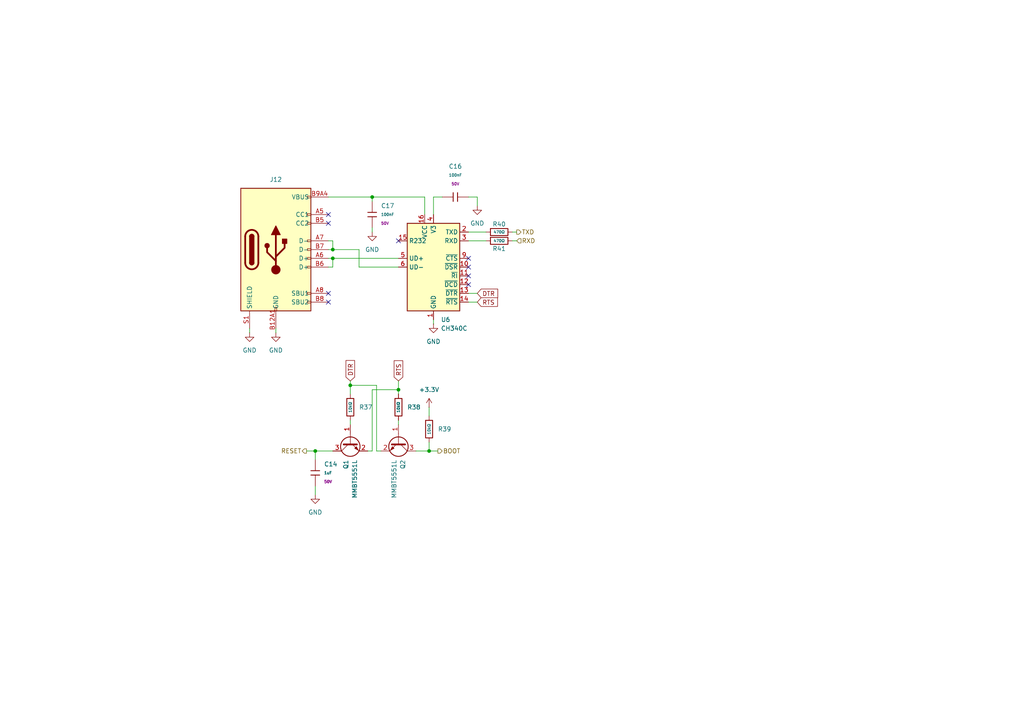
<source format=kicad_sch>
(kicad_sch
	(version 20250114)
	(generator "eeschema")
	(generator_version "9.0")
	(uuid "3252398e-c879-4fbd-b3ba-36f2c6ff5126")
	(paper "A4")
	(title_block
		(title "USB-C")
		(date "2025-11-02")
		(rev "0")
		(company "Solar Energy Racers")
	)
	(lib_symbols
		(symbol "Interface_USB:CH340C"
			(exclude_from_sim no)
			(in_bom yes)
			(on_board yes)
			(property "Reference" "U"
				(at -5.08 13.97 0)
				(effects
					(font
						(size 1.27 1.27)
					)
					(justify right)
				)
			)
			(property "Value" "CH340C"
				(at 1.27 13.97 0)
				(effects
					(font
						(size 1.27 1.27)
					)
					(justify left)
				)
			)
			(property "Footprint" "Package_SO:SOIC-16_3.9x9.9mm_P1.27mm"
				(at -18.542 30.226 0)
				(effects
					(font
						(size 1.27 1.27)
					)
					(justify left)
					(hide yes)
				)
			)
			(property "Datasheet" "https://datasheet.lcsc.com/szlcsc/Jiangsu-Qin-Heng-CH340C_C84681.pdf"
				(at -6.604 33.274 0)
				(effects
					(font
						(size 1.27 1.27)
					)
					(hide yes)
				)
			)
			(property "Description" "USB serial converter, crystal-less, UART, SOIC-16"
				(at -1.524 36.068 0)
				(effects
					(font
						(size 1.27 1.27)
					)
					(hide yes)
				)
			)
			(property "ki_keywords" "USB UART Serial Converter Interface"
				(at 0 0 0)
				(effects
					(font
						(size 1.27 1.27)
					)
					(hide yes)
				)
			)
			(property "ki_fp_filters" "SOIC*3.9x9.9mm*P1.27mm*"
				(at 0 0 0)
				(effects
					(font
						(size 1.27 1.27)
					)
					(hide yes)
				)
			)
			(symbol "CH340C_0_1"
				(rectangle
					(start -7.62 12.7)
					(end 7.62 -12.7)
					(stroke
						(width 0.254)
						(type default)
					)
					(fill
						(type background)
					)
				)
			)
			(symbol "CH340C_1_1"
				(pin input line
					(at -10.16 7.62 0)
					(length 2.54)
					(name "R232"
						(effects
							(font
								(size 1.27 1.27)
							)
						)
					)
					(number "15"
						(effects
							(font
								(size 1.27 1.27)
							)
						)
					)
				)
				(pin bidirectional line
					(at -10.16 2.54 0)
					(length 2.54)
					(name "UD+"
						(effects
							(font
								(size 1.27 1.27)
							)
						)
					)
					(number "5"
						(effects
							(font
								(size 1.27 1.27)
							)
						)
					)
				)
				(pin bidirectional line
					(at -10.16 0 0)
					(length 2.54)
					(name "UD-"
						(effects
							(font
								(size 1.27 1.27)
							)
						)
					)
					(number "6"
						(effects
							(font
								(size 1.27 1.27)
							)
						)
					)
				)
				(pin no_connect line
					(at -7.62 -5.08 0)
					(length 2.54)
					(hide yes)
					(name "NC"
						(effects
							(font
								(size 1.27 1.27)
							)
						)
					)
					(number "7"
						(effects
							(font
								(size 1.27 1.27)
							)
						)
					)
				)
				(pin no_connect line
					(at -7.62 -7.62 0)
					(length 2.54)
					(hide yes)
					(name "NC"
						(effects
							(font
								(size 1.27 1.27)
							)
						)
					)
					(number "8"
						(effects
							(font
								(size 1.27 1.27)
							)
						)
					)
				)
				(pin power_in line
					(at -2.54 15.24 270)
					(length 2.54)
					(name "VCC"
						(effects
							(font
								(size 1.27 1.27)
							)
						)
					)
					(number "16"
						(effects
							(font
								(size 1.27 1.27)
							)
						)
					)
				)
				(pin power_out line
					(at 0 15.24 270)
					(length 2.54)
					(name "V3"
						(effects
							(font
								(size 1.27 1.27)
							)
						)
					)
					(number "4"
						(effects
							(font
								(size 1.27 1.27)
							)
						)
					)
				)
				(pin power_in line
					(at 0 -15.24 90)
					(length 2.54)
					(name "GND"
						(effects
							(font
								(size 1.27 1.27)
							)
						)
					)
					(number "1"
						(effects
							(font
								(size 1.27 1.27)
							)
						)
					)
				)
				(pin output line
					(at 10.16 10.16 180)
					(length 2.54)
					(name "TXD"
						(effects
							(font
								(size 1.27 1.27)
							)
						)
					)
					(number "2"
						(effects
							(font
								(size 1.27 1.27)
							)
						)
					)
				)
				(pin input line
					(at 10.16 7.62 180)
					(length 2.54)
					(name "RXD"
						(effects
							(font
								(size 1.27 1.27)
							)
						)
					)
					(number "3"
						(effects
							(font
								(size 1.27 1.27)
							)
						)
					)
				)
				(pin input line
					(at 10.16 2.54 180)
					(length 2.54)
					(name "~{CTS}"
						(effects
							(font
								(size 1.27 1.27)
							)
						)
					)
					(number "9"
						(effects
							(font
								(size 1.27 1.27)
							)
						)
					)
				)
				(pin input line
					(at 10.16 0 180)
					(length 2.54)
					(name "~{DSR}"
						(effects
							(font
								(size 1.27 1.27)
							)
						)
					)
					(number "10"
						(effects
							(font
								(size 1.27 1.27)
							)
						)
					)
				)
				(pin input line
					(at 10.16 -2.54 180)
					(length 2.54)
					(name "~{RI}"
						(effects
							(font
								(size 1.27 1.27)
							)
						)
					)
					(number "11"
						(effects
							(font
								(size 1.27 1.27)
							)
						)
					)
				)
				(pin input line
					(at 10.16 -5.08 180)
					(length 2.54)
					(name "~{DCD}"
						(effects
							(font
								(size 1.27 1.27)
							)
						)
					)
					(number "12"
						(effects
							(font
								(size 1.27 1.27)
							)
						)
					)
				)
				(pin output line
					(at 10.16 -7.62 180)
					(length 2.54)
					(name "~{DTR}"
						(effects
							(font
								(size 1.27 1.27)
							)
						)
					)
					(number "13"
						(effects
							(font
								(size 1.27 1.27)
							)
						)
					)
				)
				(pin output line
					(at 10.16 -10.16 180)
					(length 2.54)
					(name "~{RTS}"
						(effects
							(font
								(size 1.27 1.27)
							)
						)
					)
					(number "14"
						(effects
							(font
								(size 1.27 1.27)
							)
						)
					)
				)
			)
			(embedded_fonts no)
		)
		(symbol "PCM_JLCPCB-Capacitors:0603,100nF"
			(pin_numbers
				(hide yes)
			)
			(pin_names
				(offset 0)
			)
			(exclude_from_sim no)
			(in_bom yes)
			(on_board yes)
			(property "Reference" "C"
				(at 2.032 1.668 0)
				(effects
					(font
						(size 1.27 1.27)
					)
					(justify left)
				)
			)
			(property "Value" "100nF"
				(at 2.032 -0.3782 0)
				(effects
					(font
						(size 0.8 0.8)
					)
					(justify left)
				)
			)
			(property "Footprint" "PCM_JLCPCB:C_0603"
				(at -1.778 0 90)
				(effects
					(font
						(size 1.27 1.27)
					)
					(hide yes)
				)
			)
			(property "Datasheet" "https://www.lcsc.com/datasheet/lcsc_datasheet_2211101700_YAGEO-CC0603KRX7R9BB104_C14663.pdf"
				(at 0 0 0)
				(effects
					(font
						(size 1.27 1.27)
					)
					(hide yes)
				)
			)
			(property "Description" "50V 100nF X7R ±10% 0603 Multilayer Ceramic Capacitors MLCC - SMD/SMT ROHS"
				(at 0 0 0)
				(effects
					(font
						(size 1.27 1.27)
					)
					(hide yes)
				)
			)
			(property "LCSC" "C14663"
				(at 0 0 0)
				(effects
					(font
						(size 1.27 1.27)
					)
					(hide yes)
				)
			)
			(property "Stock" "70324515"
				(at 0 0 0)
				(effects
					(font
						(size 1.27 1.27)
					)
					(hide yes)
				)
			)
			(property "Price" "0.006USD"
				(at 0 0 0)
				(effects
					(font
						(size 1.27 1.27)
					)
					(hide yes)
				)
			)
			(property "Process" "SMT"
				(at 0 0 0)
				(effects
					(font
						(size 1.27 1.27)
					)
					(hide yes)
				)
			)
			(property "Minimum Qty" "20"
				(at 0 0 0)
				(effects
					(font
						(size 1.27 1.27)
					)
					(hide yes)
				)
			)
			(property "Attrition Qty" "10"
				(at 0 0 0)
				(effects
					(font
						(size 1.27 1.27)
					)
					(hide yes)
				)
			)
			(property "Class" "Basic Component"
				(at 0 0 0)
				(effects
					(font
						(size 1.27 1.27)
					)
					(hide yes)
				)
			)
			(property "Category" "Capacitors,Multilayer Ceramic Capacitors MLCC - SMD/SMT"
				(at 0 0 0)
				(effects
					(font
						(size 1.27 1.27)
					)
					(hide yes)
				)
			)
			(property "Manufacturer" "YAGEO"
				(at 0 0 0)
				(effects
					(font
						(size 1.27 1.27)
					)
					(hide yes)
				)
			)
			(property "Part" "CC0603KRX7R9BB104"
				(at 0 0 0)
				(effects
					(font
						(size 1.27 1.27)
					)
					(hide yes)
				)
			)
			(property "Voltage Rated" "50V"
				(at 2.032 -2.0462 0)
				(effects
					(font
						(size 0.8 0.8)
					)
					(justify left)
				)
			)
			(property "Tolerance" "±10%"
				(at 0 0 0)
				(effects
					(font
						(size 1.27 1.27)
					)
					(hide yes)
				)
			)
			(property "Capacitance" "100nF"
				(at 0 0 0)
				(effects
					(font
						(size 1.27 1.27)
					)
					(hide yes)
				)
			)
			(property "Temperature Coefficient" "X7R"
				(at 0 0 0)
				(effects
					(font
						(size 1.27 1.27)
					)
					(hide yes)
				)
			)
			(property "ki_fp_filters" "C_*"
				(at 0 0 0)
				(effects
					(font
						(size 1.27 1.27)
					)
					(hide yes)
				)
			)
			(symbol "0603,100nF_0_1"
				(polyline
					(pts
						(xy -1.27 0.635) (xy 1.27 0.635)
					)
					(stroke
						(width 0.254)
						(type default)
					)
					(fill
						(type none)
					)
				)
				(polyline
					(pts
						(xy -1.27 -0.635) (xy 1.27 -0.635)
					)
					(stroke
						(width 0.254)
						(type default)
					)
					(fill
						(type none)
					)
				)
			)
			(symbol "0603,100nF_1_1"
				(pin passive line
					(at 0 3.81 270)
					(length 3.175)
					(name "~"
						(effects
							(font
								(size 1.27 1.27)
							)
						)
					)
					(number "1"
						(effects
							(font
								(size 1.27 1.27)
							)
						)
					)
				)
				(pin passive line
					(at 0 -3.81 90)
					(length 3.175)
					(name "~"
						(effects
							(font
								(size 1.27 1.27)
							)
						)
					)
					(number "2"
						(effects
							(font
								(size 1.27 1.27)
							)
						)
					)
				)
			)
			(embedded_fonts no)
		)
		(symbol "PCM_JLCPCB-Capacitors:0603,1uF"
			(pin_numbers
				(hide yes)
			)
			(pin_names
				(offset 0)
			)
			(exclude_from_sim no)
			(in_bom yes)
			(on_board yes)
			(property "Reference" "C"
				(at 2.032 1.668 0)
				(effects
					(font
						(size 1.27 1.27)
					)
					(justify left)
				)
			)
			(property "Value" "1uF"
				(at 2.032 -0.3782 0)
				(effects
					(font
						(size 0.8 0.8)
					)
					(justify left)
				)
			)
			(property "Footprint" "PCM_JLCPCB:C_0603"
				(at -1.778 0 90)
				(effects
					(font
						(size 1.27 1.27)
					)
					(hide yes)
				)
			)
			(property "Datasheet" "https://www.lcsc.com/datasheet/lcsc_datasheet_2304140030_Samsung-Electro-Mechanics-CL10A105KB8NNNC_C15849.pdf"
				(at 0 0 0)
				(effects
					(font
						(size 1.27 1.27)
					)
					(hide yes)
				)
			)
			(property "Description" "50V 1uF X5R ±10% 0603 Multilayer Ceramic Capacitors MLCC - SMD/SMT ROHS"
				(at 0 0 0)
				(effects
					(font
						(size 1.27 1.27)
					)
					(hide yes)
				)
			)
			(property "LCSC" "C15849"
				(at 0 0 0)
				(effects
					(font
						(size 1.27 1.27)
					)
					(hide yes)
				)
			)
			(property "Stock" "11535980"
				(at 0 0 0)
				(effects
					(font
						(size 1.27 1.27)
					)
					(hide yes)
				)
			)
			(property "Price" "0.008USD"
				(at 0 0 0)
				(effects
					(font
						(size 1.27 1.27)
					)
					(hide yes)
				)
			)
			(property "Process" "SMT"
				(at 0 0 0)
				(effects
					(font
						(size 1.27 1.27)
					)
					(hide yes)
				)
			)
			(property "Minimum Qty" "20"
				(at 0 0 0)
				(effects
					(font
						(size 1.27 1.27)
					)
					(hide yes)
				)
			)
			(property "Attrition Qty" "10"
				(at 0 0 0)
				(effects
					(font
						(size 1.27 1.27)
					)
					(hide yes)
				)
			)
			(property "Class" "Basic Component"
				(at 0 0 0)
				(effects
					(font
						(size 1.27 1.27)
					)
					(hide yes)
				)
			)
			(property "Category" "Capacitors,Multilayer Ceramic Capacitors MLCC - SMD/SMT"
				(at 0 0 0)
				(effects
					(font
						(size 1.27 1.27)
					)
					(hide yes)
				)
			)
			(property "Manufacturer" "Samsung Electro-Mechanics"
				(at 0 0 0)
				(effects
					(font
						(size 1.27 1.27)
					)
					(hide yes)
				)
			)
			(property "Part" "CL10A105KB8NNNC"
				(at 0 0 0)
				(effects
					(font
						(size 1.27 1.27)
					)
					(hide yes)
				)
			)
			(property "Voltage Rated" "50V"
				(at 2.032 -2.0462 0)
				(effects
					(font
						(size 0.8 0.8)
					)
					(justify left)
				)
			)
			(property "Tolerance" "±10%"
				(at 0 0 0)
				(effects
					(font
						(size 1.27 1.27)
					)
					(hide yes)
				)
			)
			(property "Capacitance" "1uF"
				(at 0 0 0)
				(effects
					(font
						(size 1.27 1.27)
					)
					(hide yes)
				)
			)
			(property "Temperature Coefficient" "X5R"
				(at 0 0 0)
				(effects
					(font
						(size 1.27 1.27)
					)
					(hide yes)
				)
			)
			(property "ki_fp_filters" "C_*"
				(at 0 0 0)
				(effects
					(font
						(size 1.27 1.27)
					)
					(hide yes)
				)
			)
			(symbol "0603,1uF_0_1"
				(polyline
					(pts
						(xy -1.27 0.635) (xy 1.27 0.635)
					)
					(stroke
						(width 0.254)
						(type default)
					)
					(fill
						(type none)
					)
				)
				(polyline
					(pts
						(xy -1.27 -0.635) (xy 1.27 -0.635)
					)
					(stroke
						(width 0.254)
						(type default)
					)
					(fill
						(type none)
					)
				)
			)
			(symbol "0603,1uF_1_1"
				(pin passive line
					(at 0 3.81 270)
					(length 3.175)
					(name "~"
						(effects
							(font
								(size 1.27 1.27)
							)
						)
					)
					(number "1"
						(effects
							(font
								(size 1.27 1.27)
							)
						)
					)
				)
				(pin passive line
					(at 0 -3.81 90)
					(length 3.175)
					(name "~"
						(effects
							(font
								(size 1.27 1.27)
							)
						)
					)
					(number "2"
						(effects
							(font
								(size 1.27 1.27)
							)
						)
					)
				)
			)
			(embedded_fonts no)
		)
		(symbol "PCM_JLCPCB-Extended:Connector, USB-TYPE-C-16P"
			(exclude_from_sim no)
			(in_bom yes)
			(on_board yes)
			(property "Reference" "J"
				(at 2.54 2.54 0)
				(effects
					(font
						(size 1.27 1.27)
					)
				)
			)
			(property "Value" "Connector, USB-TYPE-C-16P"
				(at 2.54 -1.27 0)
				(effects
					(font
						(size 1.27 1.27)
					)
					(hide yes)
				)
			)
			(property "Footprint" "PCM_JLCPCB:TYPE-C-SMD_HX-TYPE-C-16PIN"
				(at 0 -10.16 0)
				(effects
					(font
						(size 1.27 1.27)
						(italic yes)
					)
					(hide yes)
				)
			)
			(property "Datasheet" "https://atta.szlcsc.com/upload/public/pdf/source/20220920/0EF8F885FCCEA71F60E9E85152155021.pdf"
				(at -2.286 0.127 0)
				(effects
					(font
						(size 1.27 1.27)
					)
					(justify left)
					(hide yes)
				)
			)
			(property "Description" "3A 1 Horizontal attachment 16P Female -25℃~+85℃ Type-C SMD USB Connectors ROHS"
				(at 2.54 1.27 0)
				(effects
					(font
						(size 1.27 1.27)
					)
					(hide yes)
				)
			)
			(property "LCSC" "C2927039"
				(at 2.54 1.27 0)
				(effects
					(font
						(size 1.27 1.27)
					)
					(hide yes)
				)
			)
			(property "ki_keywords" "C2927039"
				(at 0 0 0)
				(effects
					(font
						(size 1.27 1.27)
					)
					(hide yes)
				)
			)
			(symbol "Connector, USB-TYPE-C-16P_0_0"
				(rectangle
					(start -0.254 -17.78)
					(end 0.254 -16.764)
					(stroke
						(width 0)
						(type default)
					)
					(fill
						(type none)
					)
				)
				(rectangle
					(start 10.16 15.494)
					(end 9.144 14.986)
					(stroke
						(width 0)
						(type default)
					)
					(fill
						(type none)
					)
				)
				(rectangle
					(start 10.16 10.414)
					(end 9.144 9.906)
					(stroke
						(width 0)
						(type default)
					)
					(fill
						(type none)
					)
				)
				(rectangle
					(start 10.16 7.874)
					(end 9.144 7.366)
					(stroke
						(width 0)
						(type default)
					)
					(fill
						(type none)
					)
				)
				(rectangle
					(start 10.16 2.794)
					(end 9.144 2.286)
					(stroke
						(width 0)
						(type default)
					)
					(fill
						(type none)
					)
				)
				(rectangle
					(start 10.16 0.254)
					(end 9.144 -0.254)
					(stroke
						(width 0)
						(type default)
					)
					(fill
						(type none)
					)
				)
				(rectangle
					(start 10.16 -2.286)
					(end 9.144 -2.794)
					(stroke
						(width 0)
						(type default)
					)
					(fill
						(type none)
					)
				)
				(rectangle
					(start 10.16 -4.826)
					(end 9.144 -5.334)
					(stroke
						(width 0)
						(type default)
					)
					(fill
						(type none)
					)
				)
				(rectangle
					(start 10.16 -12.446)
					(end 9.144 -12.954)
					(stroke
						(width 0)
						(type default)
					)
					(fill
						(type none)
					)
				)
				(rectangle
					(start 10.16 -14.986)
					(end 9.144 -15.494)
					(stroke
						(width 0)
						(type default)
					)
					(fill
						(type none)
					)
				)
			)
			(symbol "Connector, USB-TYPE-C-16P_0_1"
				(rectangle
					(start -10.16 17.78)
					(end 10.16 -17.78)
					(stroke
						(width 0.254)
						(type default)
					)
					(fill
						(type background)
					)
				)
				(polyline
					(pts
						(xy -8.89 -3.81) (xy -8.89 3.81)
					)
					(stroke
						(width 0.508)
						(type default)
					)
					(fill
						(type none)
					)
				)
				(rectangle
					(start -7.62 -3.81)
					(end -6.35 3.81)
					(stroke
						(width 0.254)
						(type default)
					)
					(fill
						(type outline)
					)
				)
				(arc
					(start -7.62 3.81)
					(mid -6.985 4.4423)
					(end -6.35 3.81)
					(stroke
						(width 0.254)
						(type default)
					)
					(fill
						(type none)
					)
				)
				(arc
					(start -7.62 3.81)
					(mid -6.985 4.4423)
					(end -6.35 3.81)
					(stroke
						(width 0.254)
						(type default)
					)
					(fill
						(type outline)
					)
				)
				(arc
					(start -8.89 3.81)
					(mid -6.985 5.7067)
					(end -5.08 3.81)
					(stroke
						(width 0.508)
						(type default)
					)
					(fill
						(type none)
					)
				)
				(arc
					(start -5.08 -3.81)
					(mid -6.985 -5.7067)
					(end -8.89 -3.81)
					(stroke
						(width 0.508)
						(type default)
					)
					(fill
						(type none)
					)
				)
				(arc
					(start -6.35 -3.81)
					(mid -6.985 -4.4423)
					(end -7.62 -3.81)
					(stroke
						(width 0.254)
						(type default)
					)
					(fill
						(type none)
					)
				)
				(arc
					(start -6.35 -3.81)
					(mid -6.985 -4.4423)
					(end -7.62 -3.81)
					(stroke
						(width 0.254)
						(type default)
					)
					(fill
						(type outline)
					)
				)
				(polyline
					(pts
						(xy -5.08 3.81) (xy -5.08 -3.81)
					)
					(stroke
						(width 0.508)
						(type default)
					)
					(fill
						(type none)
					)
				)
				(circle
					(center -2.54 1.143)
					(radius 0.635)
					(stroke
						(width 0.254)
						(type default)
					)
					(fill
						(type outline)
					)
				)
				(polyline
					(pts
						(xy -1.27 4.318) (xy 0 6.858) (xy 1.27 4.318) (xy -1.27 4.318)
					)
					(stroke
						(width 0.254)
						(type default)
					)
					(fill
						(type outline)
					)
				)
				(polyline
					(pts
						(xy 0 -2.032) (xy 2.54 0.508) (xy 2.54 1.778)
					)
					(stroke
						(width 0.508)
						(type default)
					)
					(fill
						(type none)
					)
				)
				(polyline
					(pts
						(xy 0 -3.302) (xy -2.54 -0.762) (xy -2.54 0.508)
					)
					(stroke
						(width 0.508)
						(type default)
					)
					(fill
						(type none)
					)
				)
				(polyline
					(pts
						(xy 0 -5.842) (xy 0 4.318)
					)
					(stroke
						(width 0.508)
						(type default)
					)
					(fill
						(type none)
					)
				)
				(circle
					(center 0 -5.842)
					(radius 1.27)
					(stroke
						(width 0)
						(type default)
					)
					(fill
						(type outline)
					)
				)
				(rectangle
					(start 1.905 1.778)
					(end 3.175 3.048)
					(stroke
						(width 0.254)
						(type default)
					)
					(fill
						(type outline)
					)
				)
			)
			(symbol "Connector, USB-TYPE-C-16P_1_1"
				(pin passive line
					(at -7.62 -22.86 90)
					(length 5.08)
					(name "SHIELD"
						(effects
							(font
								(size 1.27 1.27)
							)
						)
					)
					(number "S1"
						(effects
							(font
								(size 1.27 1.27)
							)
						)
					)
				)
				(pin passive line
					(at 0 -22.86 90)
					(length 5.08)
					(hide yes)
					(name "GND"
						(effects
							(font
								(size 1.27 1.27)
							)
						)
					)
					(number "A12B1"
						(effects
							(font
								(size 1.27 1.27)
							)
						)
					)
				)
				(pin passive line
					(at 0 -22.86 90)
					(length 5.08)
					(name "GND"
						(effects
							(font
								(size 1.27 1.27)
							)
						)
					)
					(number "B12A1"
						(effects
							(font
								(size 1.27 1.27)
							)
						)
					)
				)
				(pin passive line
					(at 15.24 15.24 180)
					(length 5.08)
					(hide yes)
					(name "VBUS"
						(effects
							(font
								(size 1.27 1.27)
							)
						)
					)
					(number "A9B4"
						(effects
							(font
								(size 1.27 1.27)
							)
						)
					)
				)
				(pin passive line
					(at 15.24 15.24 180)
					(length 5.08)
					(name "VBUS"
						(effects
							(font
								(size 1.27 1.27)
							)
						)
					)
					(number "B9A4"
						(effects
							(font
								(size 1.27 1.27)
							)
						)
					)
				)
				(pin bidirectional line
					(at 15.24 10.16 180)
					(length 5.08)
					(name "CC1"
						(effects
							(font
								(size 1.27 1.27)
							)
						)
					)
					(number "A5"
						(effects
							(font
								(size 1.27 1.27)
							)
						)
					)
				)
				(pin bidirectional line
					(at 15.24 7.62 180)
					(length 5.08)
					(name "CC2"
						(effects
							(font
								(size 1.27 1.27)
							)
						)
					)
					(number "B5"
						(effects
							(font
								(size 1.27 1.27)
							)
						)
					)
				)
				(pin bidirectional line
					(at 15.24 2.54 180)
					(length 5.08)
					(name "D-"
						(effects
							(font
								(size 1.27 1.27)
							)
						)
					)
					(number "A7"
						(effects
							(font
								(size 1.27 1.27)
							)
						)
					)
				)
				(pin bidirectional line
					(at 15.24 0 180)
					(length 5.08)
					(name "D-"
						(effects
							(font
								(size 1.27 1.27)
							)
						)
					)
					(number "B7"
						(effects
							(font
								(size 1.27 1.27)
							)
						)
					)
				)
				(pin bidirectional line
					(at 15.24 -2.54 180)
					(length 5.08)
					(name "D+"
						(effects
							(font
								(size 1.27 1.27)
							)
						)
					)
					(number "A6"
						(effects
							(font
								(size 1.27 1.27)
							)
						)
					)
				)
				(pin bidirectional line
					(at 15.24 -5.08 180)
					(length 5.08)
					(name "D+"
						(effects
							(font
								(size 1.27 1.27)
							)
						)
					)
					(number "B6"
						(effects
							(font
								(size 1.27 1.27)
							)
						)
					)
				)
				(pin bidirectional line
					(at 15.24 -12.7 180)
					(length 5.08)
					(name "SBU1"
						(effects
							(font
								(size 1.27 1.27)
							)
						)
					)
					(number "A8"
						(effects
							(font
								(size 1.27 1.27)
							)
						)
					)
				)
				(pin bidirectional line
					(at 15.24 -15.24 180)
					(length 5.08)
					(name "SBU2"
						(effects
							(font
								(size 1.27 1.27)
							)
						)
					)
					(number "B8"
						(effects
							(font
								(size 1.27 1.27)
							)
						)
					)
				)
			)
			(embedded_fonts no)
		)
		(symbol "PCM_JLCPCB-Resistors:0603,10kΩ"
			(pin_numbers
				(hide yes)
			)
			(pin_names
				(offset 0)
			)
			(exclude_from_sim no)
			(in_bom yes)
			(on_board yes)
			(property "Reference" "R"
				(at 1.778 0 0)
				(effects
					(font
						(size 1.27 1.27)
					)
					(justify left)
				)
			)
			(property "Value" "10kΩ"
				(at 0 0 90)
				(do_not_autoplace)
				(effects
					(font
						(size 0.8 0.8)
					)
				)
			)
			(property "Footprint" "PCM_JLCPCB:R_0603"
				(at -1.778 0 90)
				(effects
					(font
						(size 1.27 1.27)
					)
					(hide yes)
				)
			)
			(property "Datasheet" "https://www.lcsc.com/datasheet/lcsc_datasheet_2206010045_UNI-ROYAL-Uniroyal-Elec-0603WAF1002T5E_C25804.pdf"
				(at 0 0 0)
				(effects
					(font
						(size 1.27 1.27)
					)
					(hide yes)
				)
			)
			(property "Description" "100mW Thick Film Resistors 75V ±100ppm/°C ±1% 10kΩ 0603 Chip Resistor - Surface Mount ROHS"
				(at 0 0 0)
				(effects
					(font
						(size 1.27 1.27)
					)
					(hide yes)
				)
			)
			(property "LCSC" "C25804"
				(at 0 0 0)
				(effects
					(font
						(size 1.27 1.27)
					)
					(hide yes)
				)
			)
			(property "Stock" "51181774"
				(at 0 0 0)
				(effects
					(font
						(size 1.27 1.27)
					)
					(hide yes)
				)
			)
			(property "Price" "0.004USD"
				(at 0 0 0)
				(effects
					(font
						(size 1.27 1.27)
					)
					(hide yes)
				)
			)
			(property "Process" "SMT"
				(at 0 0 0)
				(effects
					(font
						(size 1.27 1.27)
					)
					(hide yes)
				)
			)
			(property "Minimum Qty" "20"
				(at 0 0 0)
				(effects
					(font
						(size 1.27 1.27)
					)
					(hide yes)
				)
			)
			(property "Attrition Qty" "10"
				(at 0 0 0)
				(effects
					(font
						(size 1.27 1.27)
					)
					(hide yes)
				)
			)
			(property "Class" "Basic Component"
				(at 0 0 0)
				(effects
					(font
						(size 1.27 1.27)
					)
					(hide yes)
				)
			)
			(property "Category" "Resistors,Chip Resistor - Surface Mount"
				(at 0 0 0)
				(effects
					(font
						(size 1.27 1.27)
					)
					(hide yes)
				)
			)
			(property "Manufacturer" "UNI-ROYAL(Uniroyal Elec)"
				(at 0 0 0)
				(effects
					(font
						(size 1.27 1.27)
					)
					(hide yes)
				)
			)
			(property "Part" "0603WAF1002T5E"
				(at 0 0 0)
				(effects
					(font
						(size 1.27 1.27)
					)
					(hide yes)
				)
			)
			(property "Resistance" "10kΩ"
				(at 0 0 0)
				(effects
					(font
						(size 1.27 1.27)
					)
					(hide yes)
				)
			)
			(property "Power(Watts)" "100mW"
				(at 0 0 0)
				(effects
					(font
						(size 1.27 1.27)
					)
					(hide yes)
				)
			)
			(property "Type" "Thick Film Resistors"
				(at 0 0 0)
				(effects
					(font
						(size 1.27 1.27)
					)
					(hide yes)
				)
			)
			(property "Overload Voltage (Max)" "75V"
				(at 0 0 0)
				(effects
					(font
						(size 1.27 1.27)
					)
					(hide yes)
				)
			)
			(property "Operating Temperature Range" "-55°C~+155°C"
				(at 0 0 0)
				(effects
					(font
						(size 1.27 1.27)
					)
					(hide yes)
				)
			)
			(property "Tolerance" "±1%"
				(at 0 0 0)
				(effects
					(font
						(size 1.27 1.27)
					)
					(hide yes)
				)
			)
			(property "Temperature Coefficient" "±100ppm/°C"
				(at 0 0 0)
				(effects
					(font
						(size 1.27 1.27)
					)
					(hide yes)
				)
			)
			(property "ki_fp_filters" "R_*"
				(at 0 0 0)
				(effects
					(font
						(size 1.27 1.27)
					)
					(hide yes)
				)
			)
			(symbol "0603,10kΩ_0_1"
				(rectangle
					(start -1.016 2.54)
					(end 1.016 -2.54)
					(stroke
						(width 0.254)
						(type default)
					)
					(fill
						(type none)
					)
				)
			)
			(symbol "0603,10kΩ_1_1"
				(pin passive line
					(at 0 3.81 270)
					(length 1.27)
					(name "~"
						(effects
							(font
								(size 1.27 1.27)
							)
						)
					)
					(number "1"
						(effects
							(font
								(size 1.27 1.27)
							)
						)
					)
				)
				(pin passive line
					(at 0 -3.81 90)
					(length 1.27)
					(name "~"
						(effects
							(font
								(size 1.27 1.27)
							)
						)
					)
					(number "2"
						(effects
							(font
								(size 1.27 1.27)
							)
						)
					)
				)
			)
			(embedded_fonts no)
		)
		(symbol "PCM_JLCPCB-Resistors:0603,470Ω"
			(pin_numbers
				(hide yes)
			)
			(pin_names
				(offset 0)
			)
			(exclude_from_sim no)
			(in_bom yes)
			(on_board yes)
			(property "Reference" "R"
				(at 1.778 0 0)
				(effects
					(font
						(size 1.27 1.27)
					)
					(justify left)
				)
			)
			(property "Value" "470Ω"
				(at 0 0 90)
				(do_not_autoplace)
				(effects
					(font
						(size 0.8 0.8)
					)
				)
			)
			(property "Footprint" "PCM_JLCPCB:R_0603"
				(at -1.778 0 90)
				(effects
					(font
						(size 1.27 1.27)
					)
					(hide yes)
				)
			)
			(property "Datasheet" "https://www.lcsc.com/datasheet/lcsc_datasheet_2206010116_UNI-ROYAL-Uniroyal-Elec-0603WAF4700T5E_C23179.pdf"
				(at 0 0 0)
				(effects
					(font
						(size 1.27 1.27)
					)
					(hide yes)
				)
			)
			(property "Description" "100mW Thick Film Resistors 75V ±100ppm/°C ±1% 470Ω 0603 Chip Resistor - Surface Mount ROHS"
				(at 0 0 0)
				(effects
					(font
						(size 1.27 1.27)
					)
					(hide yes)
				)
			)
			(property "LCSC" "C23179"
				(at 0 0 0)
				(effects
					(font
						(size 1.27 1.27)
					)
					(hide yes)
				)
			)
			(property "Stock" "3910258"
				(at 0 0 0)
				(effects
					(font
						(size 1.27 1.27)
					)
					(hide yes)
				)
			)
			(property "Price" "0.004USD"
				(at 0 0 0)
				(effects
					(font
						(size 1.27 1.27)
					)
					(hide yes)
				)
			)
			(property "Process" "SMT"
				(at 0 0 0)
				(effects
					(font
						(size 1.27 1.27)
					)
					(hide yes)
				)
			)
			(property "Minimum Qty" "20"
				(at 0 0 0)
				(effects
					(font
						(size 1.27 1.27)
					)
					(hide yes)
				)
			)
			(property "Attrition Qty" "10"
				(at 0 0 0)
				(effects
					(font
						(size 1.27 1.27)
					)
					(hide yes)
				)
			)
			(property "Class" "Basic Component"
				(at 0 0 0)
				(effects
					(font
						(size 1.27 1.27)
					)
					(hide yes)
				)
			)
			(property "Category" "Resistors,Chip Resistor - Surface Mount"
				(at 0 0 0)
				(effects
					(font
						(size 1.27 1.27)
					)
					(hide yes)
				)
			)
			(property "Manufacturer" "UNI-ROYAL(Uniroyal Elec)"
				(at 0 0 0)
				(effects
					(font
						(size 1.27 1.27)
					)
					(hide yes)
				)
			)
			(property "Part" "0603WAF4700T5E"
				(at 0 0 0)
				(effects
					(font
						(size 1.27 1.27)
					)
					(hide yes)
				)
			)
			(property "Resistance" "470Ω"
				(at 0 0 0)
				(effects
					(font
						(size 1.27 1.27)
					)
					(hide yes)
				)
			)
			(property "Power(Watts)" "100mW"
				(at 0 0 0)
				(effects
					(font
						(size 1.27 1.27)
					)
					(hide yes)
				)
			)
			(property "Type" "Thick Film Resistors"
				(at 0 0 0)
				(effects
					(font
						(size 1.27 1.27)
					)
					(hide yes)
				)
			)
			(property "Overload Voltage (Max)" "75V"
				(at 0 0 0)
				(effects
					(font
						(size 1.27 1.27)
					)
					(hide yes)
				)
			)
			(property "Operating Temperature Range" "-55°C~+155°C"
				(at 0 0 0)
				(effects
					(font
						(size 1.27 1.27)
					)
					(hide yes)
				)
			)
			(property "Tolerance" "±1%"
				(at 0 0 0)
				(effects
					(font
						(size 1.27 1.27)
					)
					(hide yes)
				)
			)
			(property "Temperature Coefficient" "±100ppm/°C"
				(at 0 0 0)
				(effects
					(font
						(size 1.27 1.27)
					)
					(hide yes)
				)
			)
			(property "ki_fp_filters" "R_*"
				(at 0 0 0)
				(effects
					(font
						(size 1.27 1.27)
					)
					(hide yes)
				)
			)
			(symbol "0603,470Ω_0_1"
				(rectangle
					(start -1.016 2.54)
					(end 1.016 -2.54)
					(stroke
						(width 0.254)
						(type default)
					)
					(fill
						(type none)
					)
				)
			)
			(symbol "0603,470Ω_1_1"
				(pin passive line
					(at 0 3.81 270)
					(length 1.27)
					(name "~"
						(effects
							(font
								(size 1.27 1.27)
							)
						)
					)
					(number "1"
						(effects
							(font
								(size 1.27 1.27)
							)
						)
					)
				)
				(pin passive line
					(at 0 -3.81 90)
					(length 1.27)
					(name "~"
						(effects
							(font
								(size 1.27 1.27)
							)
						)
					)
					(number "2"
						(effects
							(font
								(size 1.27 1.27)
							)
						)
					)
				)
			)
			(embedded_fonts no)
		)
		(symbol "Transistor_BJT:MMBT5551L"
			(pin_names
				(offset 0)
				(hide yes)
			)
			(exclude_from_sim no)
			(in_bom yes)
			(on_board yes)
			(property "Reference" "Q"
				(at 5.08 1.905 0)
				(effects
					(font
						(size 1.27 1.27)
					)
					(justify left)
				)
			)
			(property "Value" "MMBT5551L"
				(at 5.08 0 0)
				(effects
					(font
						(size 1.27 1.27)
					)
					(justify left)
				)
			)
			(property "Footprint" "Package_TO_SOT_SMD:SOT-23"
				(at 5.08 -1.905 0)
				(effects
					(font
						(size 1.27 1.27)
						(italic yes)
					)
					(justify left)
					(hide yes)
				)
			)
			(property "Datasheet" "www.onsemi.com/pub/Collateral/MMBT5550LT1-D.PDF"
				(at 0 0 0)
				(effects
					(font
						(size 1.27 1.27)
					)
					(justify left)
					(hide yes)
				)
			)
			(property "Description" "0.6A Ic, 160V Vce, NPN Transistor, SOT-23"
				(at 0 0 0)
				(effects
					(font
						(size 1.27 1.27)
					)
					(hide yes)
				)
			)
			(property "ki_keywords" "NPN Transistor"
				(at 0 0 0)
				(effects
					(font
						(size 1.27 1.27)
					)
					(hide yes)
				)
			)
			(property "ki_fp_filters" "SOT?23*"
				(at 0 0 0)
				(effects
					(font
						(size 1.27 1.27)
					)
					(hide yes)
				)
			)
			(symbol "MMBT5551L_0_1"
				(polyline
					(pts
						(xy -2.54 0) (xy 0.635 0)
					)
					(stroke
						(width 0)
						(type default)
					)
					(fill
						(type none)
					)
				)
				(polyline
					(pts
						(xy 0.635 1.905) (xy 0.635 -1.905)
					)
					(stroke
						(width 0.508)
						(type default)
					)
					(fill
						(type none)
					)
				)
				(circle
					(center 1.27 0)
					(radius 2.8194)
					(stroke
						(width 0.254)
						(type default)
					)
					(fill
						(type none)
					)
				)
			)
			(symbol "MMBT5551L_1_1"
				(polyline
					(pts
						(xy 0.635 0.635) (xy 2.54 2.54)
					)
					(stroke
						(width 0)
						(type default)
					)
					(fill
						(type none)
					)
				)
				(polyline
					(pts
						(xy 0.635 -0.635) (xy 2.54 -2.54)
					)
					(stroke
						(width 0)
						(type default)
					)
					(fill
						(type none)
					)
				)
				(polyline
					(pts
						(xy 1.27 -1.778) (xy 1.778 -1.27) (xy 2.286 -2.286) (xy 1.27 -1.778)
					)
					(stroke
						(width 0)
						(type default)
					)
					(fill
						(type outline)
					)
				)
				(pin input line
					(at -5.08 0 0)
					(length 2.54)
					(name "B"
						(effects
							(font
								(size 1.27 1.27)
							)
						)
					)
					(number "1"
						(effects
							(font
								(size 1.27 1.27)
							)
						)
					)
				)
				(pin passive line
					(at 2.54 5.08 270)
					(length 2.54)
					(name "C"
						(effects
							(font
								(size 1.27 1.27)
							)
						)
					)
					(number "3"
						(effects
							(font
								(size 1.27 1.27)
							)
						)
					)
				)
				(pin passive line
					(at 2.54 -5.08 90)
					(length 2.54)
					(name "E"
						(effects
							(font
								(size 1.27 1.27)
							)
						)
					)
					(number "2"
						(effects
							(font
								(size 1.27 1.27)
							)
						)
					)
				)
			)
			(embedded_fonts no)
		)
		(symbol "power:+3.3V"
			(power)
			(pin_numbers
				(hide yes)
			)
			(pin_names
				(offset 0)
				(hide yes)
			)
			(exclude_from_sim no)
			(in_bom yes)
			(on_board yes)
			(property "Reference" "#PWR"
				(at 0 -3.81 0)
				(effects
					(font
						(size 1.27 1.27)
					)
					(hide yes)
				)
			)
			(property "Value" "+3.3V"
				(at 0 3.556 0)
				(effects
					(font
						(size 1.27 1.27)
					)
				)
			)
			(property "Footprint" ""
				(at 0 0 0)
				(effects
					(font
						(size 1.27 1.27)
					)
					(hide yes)
				)
			)
			(property "Datasheet" ""
				(at 0 0 0)
				(effects
					(font
						(size 1.27 1.27)
					)
					(hide yes)
				)
			)
			(property "Description" "Power symbol creates a global label with name \"+3.3V\""
				(at 0 0 0)
				(effects
					(font
						(size 1.27 1.27)
					)
					(hide yes)
				)
			)
			(property "ki_keywords" "global power"
				(at 0 0 0)
				(effects
					(font
						(size 1.27 1.27)
					)
					(hide yes)
				)
			)
			(symbol "+3.3V_0_1"
				(polyline
					(pts
						(xy -0.762 1.27) (xy 0 2.54)
					)
					(stroke
						(width 0)
						(type default)
					)
					(fill
						(type none)
					)
				)
				(polyline
					(pts
						(xy 0 2.54) (xy 0.762 1.27)
					)
					(stroke
						(width 0)
						(type default)
					)
					(fill
						(type none)
					)
				)
				(polyline
					(pts
						(xy 0 0) (xy 0 2.54)
					)
					(stroke
						(width 0)
						(type default)
					)
					(fill
						(type none)
					)
				)
			)
			(symbol "+3.3V_1_1"
				(pin power_in line
					(at 0 0 90)
					(length 0)
					(name "~"
						(effects
							(font
								(size 1.27 1.27)
							)
						)
					)
					(number "1"
						(effects
							(font
								(size 1.27 1.27)
							)
						)
					)
				)
			)
			(embedded_fonts no)
		)
		(symbol "power:GND"
			(power)
			(pin_numbers
				(hide yes)
			)
			(pin_names
				(offset 0)
				(hide yes)
			)
			(exclude_from_sim no)
			(in_bom yes)
			(on_board yes)
			(property "Reference" "#PWR"
				(at 0 -6.35 0)
				(effects
					(font
						(size 1.27 1.27)
					)
					(hide yes)
				)
			)
			(property "Value" "GND"
				(at 0 -3.81 0)
				(effects
					(font
						(size 1.27 1.27)
					)
				)
			)
			(property "Footprint" ""
				(at 0 0 0)
				(effects
					(font
						(size 1.27 1.27)
					)
					(hide yes)
				)
			)
			(property "Datasheet" ""
				(at 0 0 0)
				(effects
					(font
						(size 1.27 1.27)
					)
					(hide yes)
				)
			)
			(property "Description" "Power symbol creates a global label with name \"GND\" , ground"
				(at 0 0 0)
				(effects
					(font
						(size 1.27 1.27)
					)
					(hide yes)
				)
			)
			(property "ki_keywords" "global power"
				(at 0 0 0)
				(effects
					(font
						(size 1.27 1.27)
					)
					(hide yes)
				)
			)
			(symbol "GND_0_1"
				(polyline
					(pts
						(xy 0 0) (xy 0 -1.27) (xy 1.27 -1.27) (xy 0 -2.54) (xy -1.27 -1.27) (xy 0 -1.27)
					)
					(stroke
						(width 0)
						(type default)
					)
					(fill
						(type none)
					)
				)
			)
			(symbol "GND_1_1"
				(pin power_in line
					(at 0 0 270)
					(length 0)
					(name "~"
						(effects
							(font
								(size 1.27 1.27)
							)
						)
					)
					(number "1"
						(effects
							(font
								(size 1.27 1.27)
							)
						)
					)
				)
			)
			(embedded_fonts no)
		)
	)
	(junction
		(at 101.6 111.76)
		(diameter 0)
		(color 0 0 0 0)
		(uuid "0338d41b-22b1-49cb-9d3d-06f272397303")
	)
	(junction
		(at 124.46 130.81)
		(diameter 0)
		(color 0 0 0 0)
		(uuid "18bfb425-9b7b-4165-a6e9-30a43f1f2070")
	)
	(junction
		(at 91.44 130.81)
		(diameter 0)
		(color 0 0 0 0)
		(uuid "1df4d8ae-36e7-445a-b456-ef3f903ef290")
	)
	(junction
		(at 96.52 74.93)
		(diameter 0)
		(color 0 0 0 0)
		(uuid "61d4cdc7-74d3-4aca-8e98-d262fec216df")
	)
	(junction
		(at 115.57 113.03)
		(diameter 0)
		(color 0 0 0 0)
		(uuid "6c6bf4a2-0812-43b9-8fe5-0b6c3cd53c33")
	)
	(junction
		(at 107.95 57.15)
		(diameter 0)
		(color 0 0 0 0)
		(uuid "a4d056b3-fed7-4d46-91bd-4b5ec93c5c5f")
	)
	(junction
		(at 96.52 72.39)
		(diameter 0)
		(color 0 0 0 0)
		(uuid "c0a7b0c1-e7f9-41d8-a67e-77a0926f07a8")
	)
	(no_connect
		(at 95.25 62.23)
		(uuid "031e8bb7-79c8-4253-a520-51475de2addb")
	)
	(no_connect
		(at 95.25 87.63)
		(uuid "0e3c9588-91ed-40ff-b2df-92abae218b05")
	)
	(no_connect
		(at 95.25 64.77)
		(uuid "18de12f7-b716-4cac-a3a9-78c6c1d84500")
	)
	(no_connect
		(at 135.89 82.55)
		(uuid "490ecf4e-a994-400f-a29d-a7ac953cc9cc")
	)
	(no_connect
		(at 135.89 74.93)
		(uuid "6e55d89c-34bf-4149-8c1e-b51ce1b74aaa")
	)
	(no_connect
		(at 135.89 80.01)
		(uuid "8ccaacc4-f6a7-4c8b-9172-112d31c836e1")
	)
	(no_connect
		(at 115.57 69.85)
		(uuid "f685be30-9614-44b9-8d3a-999894b37ef3")
	)
	(no_connect
		(at 135.89 77.47)
		(uuid "f7aa4778-3f57-4738-9c90-b2a6211679c5")
	)
	(no_connect
		(at 95.25 85.09)
		(uuid "ff3e8c1c-7663-4640-a4f7-07a493ab2e00")
	)
	(wire
		(pts
			(xy 115.57 110.49) (xy 115.57 113.03)
		)
		(stroke
			(width 0)
			(type default)
		)
		(uuid "006447c2-3ea4-4ad2-ab96-b436a3358841")
	)
	(wire
		(pts
			(xy 101.6 121.92) (xy 101.6 123.19)
		)
		(stroke
			(width 0)
			(type default)
		)
		(uuid "0217cfbf-b245-46ee-b2db-115faf71df0a")
	)
	(wire
		(pts
			(xy 109.22 111.76) (xy 101.6 111.76)
		)
		(stroke
			(width 0)
			(type default)
		)
		(uuid "07cf9264-c969-46e1-a117-fb59d62eeb0d")
	)
	(wire
		(pts
			(xy 95.25 57.15) (xy 107.95 57.15)
		)
		(stroke
			(width 0)
			(type default)
		)
		(uuid "14090cd2-feca-41cc-b87d-e35141fff9ab")
	)
	(wire
		(pts
			(xy 125.73 57.15) (xy 125.73 62.23)
		)
		(stroke
			(width 0)
			(type default)
		)
		(uuid "17f72f2d-7f6c-4441-ba75-b6937987492f")
	)
	(wire
		(pts
			(xy 96.52 74.93) (xy 115.57 74.93)
		)
		(stroke
			(width 0)
			(type default)
		)
		(uuid "19f33c46-ac3e-4c6c-bcc3-d8c1397585e5")
	)
	(wire
		(pts
			(xy 124.46 128.27) (xy 124.46 130.81)
		)
		(stroke
			(width 0)
			(type default)
		)
		(uuid "1c97426f-771a-495f-b72c-d257977fe004")
	)
	(wire
		(pts
			(xy 95.25 69.85) (xy 96.52 69.85)
		)
		(stroke
			(width 0)
			(type default)
		)
		(uuid "1d58c970-33e9-406b-a280-55ef8740758d")
	)
	(wire
		(pts
			(xy 123.19 57.15) (xy 107.95 57.15)
		)
		(stroke
			(width 0)
			(type default)
		)
		(uuid "1de8e717-d44f-4815-a635-65c25db9fb85")
	)
	(wire
		(pts
			(xy 148.59 67.31) (xy 149.86 67.31)
		)
		(stroke
			(width 0)
			(type default)
		)
		(uuid "37234a83-5096-4c8f-a8b7-a83425b43482")
	)
	(wire
		(pts
			(xy 120.65 130.81) (xy 124.46 130.81)
		)
		(stroke
			(width 0)
			(type default)
		)
		(uuid "3880816b-9300-4eae-b1ba-a765bf6fd503")
	)
	(wire
		(pts
			(xy 104.14 72.39) (xy 104.14 77.47)
		)
		(stroke
			(width 0)
			(type default)
		)
		(uuid "3ca69685-f1d0-4f04-906f-e29f7377e6de")
	)
	(wire
		(pts
			(xy 72.39 96.52) (xy 72.39 95.25)
		)
		(stroke
			(width 0)
			(type default)
		)
		(uuid "448fef4c-d5d0-42d1-a1b9-8191ce079c70")
	)
	(wire
		(pts
			(xy 91.44 140.97) (xy 91.44 143.51)
		)
		(stroke
			(width 0)
			(type default)
		)
		(uuid "483cf35f-f322-4053-b9d6-f59f18ce3ad6")
	)
	(wire
		(pts
			(xy 115.57 121.92) (xy 115.57 123.19)
		)
		(stroke
			(width 0)
			(type default)
		)
		(uuid "4b2cbec9-a786-42e6-b4e9-b4e65a7c7404")
	)
	(wire
		(pts
			(xy 107.95 57.15) (xy 107.95 58.42)
		)
		(stroke
			(width 0)
			(type default)
		)
		(uuid "5a509766-eda3-43db-9292-3d24a5cf16d1")
	)
	(wire
		(pts
			(xy 124.46 118.11) (xy 124.46 120.65)
		)
		(stroke
			(width 0)
			(type default)
		)
		(uuid "5b5f4b8c-79f2-490f-b534-f157286b12cc")
	)
	(wire
		(pts
			(xy 123.19 62.23) (xy 123.19 57.15)
		)
		(stroke
			(width 0)
			(type default)
		)
		(uuid "66a00bc3-ca99-49e3-a4a2-ac7fa1d15ed8")
	)
	(wire
		(pts
			(xy 107.95 113.03) (xy 115.57 113.03)
		)
		(stroke
			(width 0)
			(type default)
		)
		(uuid "699272d5-07ae-476e-bf6d-e959ed77b9c3")
	)
	(wire
		(pts
			(xy 88.9 130.81) (xy 91.44 130.81)
		)
		(stroke
			(width 0)
			(type default)
		)
		(uuid "6d372b6f-f19e-461f-9f02-1fbd9ea0c807")
	)
	(wire
		(pts
			(xy 95.25 74.93) (xy 96.52 74.93)
		)
		(stroke
			(width 0)
			(type default)
		)
		(uuid "730296cb-fdec-4f91-9178-a236b236dbf7")
	)
	(wire
		(pts
			(xy 96.52 72.39) (xy 104.14 72.39)
		)
		(stroke
			(width 0)
			(type default)
		)
		(uuid "7bd803f7-b930-4105-9a13-438c1c10fdc7")
	)
	(wire
		(pts
			(xy 106.68 130.81) (xy 107.95 130.81)
		)
		(stroke
			(width 0)
			(type default)
		)
		(uuid "7deb203a-fc8c-4fac-b794-abe8cad8fb95")
	)
	(wire
		(pts
			(xy 107.95 67.31) (xy 107.95 66.04)
		)
		(stroke
			(width 0)
			(type default)
		)
		(uuid "80f6f6a2-e211-4856-a2fa-d6f3af64c6d7")
	)
	(wire
		(pts
			(xy 80.01 96.52) (xy 80.01 95.25)
		)
		(stroke
			(width 0)
			(type default)
		)
		(uuid "8efb5446-bfd9-4bed-b339-c400d7641c24")
	)
	(wire
		(pts
			(xy 107.95 130.81) (xy 107.95 113.03)
		)
		(stroke
			(width 0)
			(type default)
		)
		(uuid "94e1f3e9-42c5-442d-9b93-a2f8f2f4b4a4")
	)
	(wire
		(pts
			(xy 101.6 111.76) (xy 101.6 114.3)
		)
		(stroke
			(width 0)
			(type default)
		)
		(uuid "96a33765-a204-451d-ac7c-8c99558244f7")
	)
	(wire
		(pts
			(xy 135.89 57.15) (xy 138.43 57.15)
		)
		(stroke
			(width 0)
			(type default)
		)
		(uuid "97c53ab3-4f02-44bd-9f39-e627861ed5f7")
	)
	(wire
		(pts
			(xy 135.89 67.31) (xy 140.97 67.31)
		)
		(stroke
			(width 0)
			(type default)
		)
		(uuid "9de5cbee-8254-4d2e-9544-d01f16ba42e7")
	)
	(wire
		(pts
			(xy 96.52 74.93) (xy 96.52 77.47)
		)
		(stroke
			(width 0)
			(type default)
		)
		(uuid "a609dfec-4865-4db2-a8dc-85e00e3abfd5")
	)
	(wire
		(pts
			(xy 135.89 69.85) (xy 140.97 69.85)
		)
		(stroke
			(width 0)
			(type default)
		)
		(uuid "aaf95fee-4d9f-4cc8-9c34-2d4a84a32469")
	)
	(wire
		(pts
			(xy 115.57 113.03) (xy 115.57 114.3)
		)
		(stroke
			(width 0)
			(type default)
		)
		(uuid "ae459263-e0e2-4a30-bb2e-3b8f37c0a7d3")
	)
	(wire
		(pts
			(xy 128.27 57.15) (xy 125.73 57.15)
		)
		(stroke
			(width 0)
			(type default)
		)
		(uuid "afa6707b-b8f8-418a-ba68-3af156b07b63")
	)
	(wire
		(pts
			(xy 125.73 93.98) (xy 125.73 92.71)
		)
		(stroke
			(width 0)
			(type default)
		)
		(uuid "b1960da6-2b6e-4fb0-ac1f-72694c515c90")
	)
	(wire
		(pts
			(xy 91.44 130.81) (xy 91.44 133.35)
		)
		(stroke
			(width 0)
			(type default)
		)
		(uuid "b6e5120b-0e2e-4a1a-bc19-1f7c8687f27d")
	)
	(wire
		(pts
			(xy 110.49 130.81) (xy 109.22 130.81)
		)
		(stroke
			(width 0)
			(type default)
		)
		(uuid "c1669762-f4a8-4def-aad1-8d58b1f1e4ab")
	)
	(wire
		(pts
			(xy 138.43 57.15) (xy 138.43 59.69)
		)
		(stroke
			(width 0)
			(type default)
		)
		(uuid "c3192f36-d4e0-4347-880f-82c3833da744")
	)
	(wire
		(pts
			(xy 101.6 110.49) (xy 101.6 111.76)
		)
		(stroke
			(width 0)
			(type default)
		)
		(uuid "cbcd7a8a-1dcd-481d-bc41-1777f5160f9b")
	)
	(wire
		(pts
			(xy 104.14 77.47) (xy 115.57 77.47)
		)
		(stroke
			(width 0)
			(type default)
		)
		(uuid "d5fc5f5a-101a-4cd5-a50d-c3f023a661e9")
	)
	(wire
		(pts
			(xy 95.25 77.47) (xy 96.52 77.47)
		)
		(stroke
			(width 0)
			(type default)
		)
		(uuid "d989ef13-b550-421f-8042-3979c5f53ee3")
	)
	(wire
		(pts
			(xy 138.43 85.09) (xy 135.89 85.09)
		)
		(stroke
			(width 0)
			(type default)
		)
		(uuid "dade3ead-999f-499c-b3f1-5159a9d96d21")
	)
	(wire
		(pts
			(xy 109.22 130.81) (xy 109.22 111.76)
		)
		(stroke
			(width 0)
			(type default)
		)
		(uuid "db87b3db-2081-4022-9a8b-334e1f58a046")
	)
	(wire
		(pts
			(xy 95.25 72.39) (xy 96.52 72.39)
		)
		(stroke
			(width 0)
			(type default)
		)
		(uuid "e2df9292-73e6-4faa-9fe5-5fcfea9a98cd")
	)
	(wire
		(pts
			(xy 124.46 130.81) (xy 127 130.81)
		)
		(stroke
			(width 0)
			(type default)
		)
		(uuid "ea690681-d0d7-4d68-b48c-8ecd918a2271")
	)
	(wire
		(pts
			(xy 148.59 69.85) (xy 149.86 69.85)
		)
		(stroke
			(width 0)
			(type default)
		)
		(uuid "ed6ed310-2977-4d6d-8dac-a73ea4507d01")
	)
	(wire
		(pts
			(xy 91.44 130.81) (xy 96.52 130.81)
		)
		(stroke
			(width 0)
			(type default)
		)
		(uuid "f1888ec5-f6c5-4a1d-82b1-ccd47a9da8a0")
	)
	(wire
		(pts
			(xy 138.43 87.63) (xy 135.89 87.63)
		)
		(stroke
			(width 0)
			(type default)
		)
		(uuid "f29f321d-6b03-4530-91b3-e677e4ff8b6a")
	)
	(wire
		(pts
			(xy 96.52 69.85) (xy 96.52 72.39)
		)
		(stroke
			(width 0)
			(type default)
		)
		(uuid "fe0a8220-0d03-45b0-942d-98e050a017f8")
	)
	(global_label "DTR"
		(shape input)
		(at 101.6 110.49 90)
		(fields_autoplaced yes)
		(effects
			(font
				(size 1.27 1.27)
			)
			(justify left)
		)
		(uuid "486e286b-033c-4207-b1a0-359e7cb679c8")
		(property "Intersheetrefs" "${INTERSHEET_REFS}"
			(at 101.6 103.9972 90)
			(effects
				(font
					(size 1.27 1.27)
				)
				(justify left)
				(hide yes)
			)
		)
	)
	(global_label "DTR"
		(shape input)
		(at 138.43 85.09 0)
		(fields_autoplaced yes)
		(effects
			(font
				(size 1.27 1.27)
			)
			(justify left)
		)
		(uuid "6a51e592-bb65-48b8-8417-8083418df8b3")
		(property "Intersheetrefs" "${INTERSHEET_REFS}"
			(at 144.9228 85.09 0)
			(effects
				(font
					(size 1.27 1.27)
				)
				(justify left)
				(hide yes)
			)
		)
	)
	(global_label "RTS"
		(shape input)
		(at 115.57 110.49 90)
		(fields_autoplaced yes)
		(effects
			(font
				(size 1.27 1.27)
			)
			(justify left)
		)
		(uuid "7bfa9bf7-24aa-4d98-b29d-e3e960cddba1")
		(property "Intersheetrefs" "${INTERSHEET_REFS}"
			(at 115.57 105.3277 90)
			(effects
				(font
					(size 1.27 1.27)
				)
				(justify left)
				(hide yes)
			)
		)
	)
	(global_label "RTS"
		(shape input)
		(at 138.43 87.63 0)
		(fields_autoplaced yes)
		(effects
			(font
				(size 1.27 1.27)
			)
			(justify left)
		)
		(uuid "bfa531e7-03b9-4819-9c92-1e433ddafab3")
		(property "Intersheetrefs" "${INTERSHEET_REFS}"
			(at 144.8623 87.63 0)
			(effects
				(font
					(size 1.27 1.27)
				)
				(justify left)
				(hide yes)
			)
		)
	)
	(hierarchical_label "RESET"
		(shape output)
		(at 88.9 130.81 180)
		(effects
			(font
				(size 1.27 1.27)
			)
			(justify right)
		)
		(uuid "25609df5-476d-42f6-bd49-5a53ca6f6204")
	)
	(hierarchical_label "TXD"
		(shape output)
		(at 149.86 67.31 0)
		(effects
			(font
				(size 1.27 1.27)
			)
			(justify left)
		)
		(uuid "c8caf902-8170-4b3a-8517-57b20499b7c7")
	)
	(hierarchical_label "BOOT"
		(shape output)
		(at 127 130.81 0)
		(effects
			(font
				(size 1.27 1.27)
			)
			(justify left)
		)
		(uuid "d14ad1a2-71fc-49bc-adf7-46dbacb18fe1")
	)
	(hierarchical_label "RXD"
		(shape input)
		(at 149.86 69.85 0)
		(effects
			(font
				(size 1.27 1.27)
			)
			(justify left)
		)
		(uuid "f5d41971-358a-4305-9662-4ee29cee84fb")
	)
	(symbol
		(lib_id "Transistor_BJT:MMBT5551L")
		(at 101.6 128.27 90)
		(mirror x)
		(unit 1)
		(exclude_from_sim no)
		(in_bom yes)
		(on_board yes)
		(dnp no)
		(uuid "0a3a77e6-7920-4d74-82f1-bb2a26c23120")
		(property "Reference" "Q1"
			(at 100.3299 133.35 0)
			(effects
				(font
					(size 1.27 1.27)
				)
				(justify left)
			)
		)
		(property "Value" "MMBT5551L"
			(at 102.8699 133.35 0)
			(effects
				(font
					(size 1.27 1.27)
				)
				(justify left)
			)
		)
		(property "Footprint" "Package_TO_SOT_SMD:SOT-23"
			(at 103.505 133.35 0)
			(effects
				(font
					(size 1.27 1.27)
					(italic yes)
				)
				(justify left)
				(hide yes)
			)
		)
		(property "Datasheet" "www.onsemi.com/pub/Collateral/MMBT5550LT1-D.PDF"
			(at 101.6 128.27 0)
			(effects
				(font
					(size 1.27 1.27)
				)
				(justify left)
				(hide yes)
			)
		)
		(property "Description" "0.6A Ic, 160V Vce, NPN Transistor, SOT-23"
			(at 101.6 128.27 0)
			(effects
				(font
					(size 1.27 1.27)
				)
				(hide yes)
			)
		)
		(pin "2"
			(uuid "83cd63ee-f2b5-46ab-8c66-11357723e167")
		)
		(pin "3"
			(uuid "e5d86695-246d-4b25-a762-b498d86fd587")
		)
		(pin "1"
			(uuid "38a32129-099e-4fb9-965a-7a9fefd38b96")
		)
		(instances
			(project "DriveController"
				(path "/ea108ab4-4341-4ce5-9e9f-23df8de995fe/f99960d7-86c5-48f0-9b94-0da32da8b716"
					(reference "Q1")
					(unit 1)
				)
			)
		)
	)
	(symbol
		(lib_id "power:GND")
		(at 125.73 93.98 0)
		(unit 1)
		(exclude_from_sim no)
		(in_bom yes)
		(on_board yes)
		(dnp no)
		(fields_autoplaced yes)
		(uuid "1411f611-7bb1-47c3-b81c-0ef9a3da5ea7")
		(property "Reference" "#PWR068"
			(at 125.73 100.33 0)
			(effects
				(font
					(size 1.27 1.27)
				)
				(hide yes)
			)
		)
		(property "Value" "GND"
			(at 125.73 99.06 0)
			(effects
				(font
					(size 1.27 1.27)
				)
			)
		)
		(property "Footprint" ""
			(at 125.73 93.98 0)
			(effects
				(font
					(size 1.27 1.27)
				)
				(hide yes)
			)
		)
		(property "Datasheet" ""
			(at 125.73 93.98 0)
			(effects
				(font
					(size 1.27 1.27)
				)
				(hide yes)
			)
		)
		(property "Description" "Power symbol creates a global label with name \"GND\" , ground"
			(at 125.73 93.98 0)
			(effects
				(font
					(size 1.27 1.27)
				)
				(hide yes)
			)
		)
		(pin "1"
			(uuid "03735e18-5c51-4966-b948-c5cf904ec1db")
		)
		(instances
			(project "DriveController"
				(path "/ea108ab4-4341-4ce5-9e9f-23df8de995fe/f99960d7-86c5-48f0-9b94-0da32da8b716"
					(reference "#PWR068")
					(unit 1)
				)
			)
		)
	)
	(symbol
		(lib_id "PCM_JLCPCB-Extended:Connector, USB-TYPE-C-16P")
		(at 80.01 72.39 0)
		(unit 1)
		(exclude_from_sim no)
		(in_bom yes)
		(on_board yes)
		(dnp no)
		(fields_autoplaced yes)
		(uuid "28f3d524-7aa1-4ffe-9311-ccd1d35de048")
		(property "Reference" "J12"
			(at 80.01 52.07 0)
			(effects
				(font
					(size 1.27 1.27)
				)
			)
		)
		(property "Value" "Connector, USB-TYPE-C-16P"
			(at 82.55 73.66 0)
			(effects
				(font
					(size 1.27 1.27)
				)
				(hide yes)
			)
		)
		(property "Footprint" "PCM_JLCPCB:TYPE-C-SMD_HX-TYPE-C-16PIN"
			(at 80.01 82.55 0)
			(effects
				(font
					(size 1.27 1.27)
					(italic yes)
				)
				(hide yes)
			)
		)
		(property "Datasheet" "https://atta.szlcsc.com/upload/public/pdf/source/20220920/0EF8F885FCCEA71F60E9E85152155021.pdf"
			(at 77.724 72.263 0)
			(effects
				(font
					(size 1.27 1.27)
				)
				(justify left)
				(hide yes)
			)
		)
		(property "Description" "3A 1 Horizontal attachment 16P Female -25℃~+85℃ Type-C SMD USB Connectors ROHS"
			(at 82.55 71.12 0)
			(effects
				(font
					(size 1.27 1.27)
				)
				(hide yes)
			)
		)
		(property "LCSC" "C2927039"
			(at 82.55 71.12 0)
			(effects
				(font
					(size 1.27 1.27)
				)
				(hide yes)
			)
		)
		(pin "B12A1"
			(uuid "c67a2627-f4e0-4655-9007-7e57f24e522a")
		)
		(pin "B7"
			(uuid "6253a1f2-08c8-467e-969b-3d258d078c00")
		)
		(pin "B6"
			(uuid "22ab529a-202b-4735-9416-c6f93fed3a22")
		)
		(pin "A7"
			(uuid "abcfeadd-accf-4484-8194-92041abc7696")
		)
		(pin "A5"
			(uuid "00ebf14a-83ba-4cb9-a2cb-d5973585901e")
		)
		(pin "S1"
			(uuid "34546d72-e468-4e91-a97b-d07e607bc765")
		)
		(pin "B8"
			(uuid "8e5b2368-9c7e-4ec8-9cf4-aa3804afb65b")
		)
		(pin "A9B4"
			(uuid "e4401e5c-b0a8-46f0-82b2-2d468fa6662e")
		)
		(pin "A12B1"
			(uuid "d7d9d723-99af-4fd2-aceb-ffde609d51bc")
		)
		(pin "B9A4"
			(uuid "28229561-0a7e-4b72-9a54-7eff8d2f95e7")
		)
		(pin "B5"
			(uuid "a778b8de-4576-4298-983d-58f3072295a2")
		)
		(pin "A6"
			(uuid "f60d5576-58ab-4bf7-867e-aca5cdd45be5")
		)
		(pin "A8"
			(uuid "f65c003f-8c33-4a64-81e4-b4ce4c4e4480")
		)
		(instances
			(project "DriveController"
				(path "/ea108ab4-4341-4ce5-9e9f-23df8de995fe/f99960d7-86c5-48f0-9b94-0da32da8b716"
					(reference "J12")
					(unit 1)
				)
			)
		)
	)
	(symbol
		(lib_id "PCM_JLCPCB-Capacitors:0603,1uF")
		(at 91.44 137.16 0)
		(unit 1)
		(exclude_from_sim no)
		(in_bom yes)
		(on_board yes)
		(dnp no)
		(fields_autoplaced yes)
		(uuid "33ca3070-5d9e-44ed-8f38-82996352f819")
		(property "Reference" "C14"
			(at 93.98 134.6199 0)
			(effects
				(font
					(size 1.27 1.27)
				)
				(justify left)
			)
		)
		(property "Value" "1uF"
			(at 93.98 137.16 0)
			(effects
				(font
					(size 0.8 0.8)
				)
				(justify left)
			)
		)
		(property "Footprint" "PCM_JLCPCB:C_0603"
			(at 89.662 137.16 90)
			(effects
				(font
					(size 1.27 1.27)
				)
				(hide yes)
			)
		)
		(property "Datasheet" "https://www.lcsc.com/datasheet/lcsc_datasheet_2304140030_Samsung-Electro-Mechanics-CL10A105KB8NNNC_C15849.pdf"
			(at 91.44 137.16 0)
			(effects
				(font
					(size 1.27 1.27)
				)
				(hide yes)
			)
		)
		(property "Description" "50V 1uF X5R ±10% 0603 Multilayer Ceramic Capacitors MLCC - SMD/SMT ROHS"
			(at 91.44 137.16 0)
			(effects
				(font
					(size 1.27 1.27)
				)
				(hide yes)
			)
		)
		(property "LCSC" "C15849"
			(at 91.44 137.16 0)
			(effects
				(font
					(size 1.27 1.27)
				)
				(hide yes)
			)
		)
		(property "Stock" "11535980"
			(at 91.44 137.16 0)
			(effects
				(font
					(size 1.27 1.27)
				)
				(hide yes)
			)
		)
		(property "Price" "0.008USD"
			(at 91.44 137.16 0)
			(effects
				(font
					(size 1.27 1.27)
				)
				(hide yes)
			)
		)
		(property "Process" "SMT"
			(at 91.44 137.16 0)
			(effects
				(font
					(size 1.27 1.27)
				)
				(hide yes)
			)
		)
		(property "Minimum Qty" "20"
			(at 91.44 137.16 0)
			(effects
				(font
					(size 1.27 1.27)
				)
				(hide yes)
			)
		)
		(property "Attrition Qty" "10"
			(at 91.44 137.16 0)
			(effects
				(font
					(size 1.27 1.27)
				)
				(hide yes)
			)
		)
		(property "Class" "Basic Component"
			(at 91.44 137.16 0)
			(effects
				(font
					(size 1.27 1.27)
				)
				(hide yes)
			)
		)
		(property "Category" "Capacitors,Multilayer Ceramic Capacitors MLCC - SMD/SMT"
			(at 91.44 137.16 0)
			(effects
				(font
					(size 1.27 1.27)
				)
				(hide yes)
			)
		)
		(property "Manufacturer" "Samsung Electro-Mechanics"
			(at 91.44 137.16 0)
			(effects
				(font
					(size 1.27 1.27)
				)
				(hide yes)
			)
		)
		(property "Part" "CL10A105KB8NNNC"
			(at 91.44 137.16 0)
			(effects
				(font
					(size 1.27 1.27)
				)
				(hide yes)
			)
		)
		(property "Voltage Rated" "50V"
			(at 93.98 139.7 0)
			(effects
				(font
					(size 0.8 0.8)
				)
				(justify left)
			)
		)
		(property "Tolerance" "±10%"
			(at 91.44 137.16 0)
			(effects
				(font
					(size 1.27 1.27)
				)
				(hide yes)
			)
		)
		(property "Capacitance" "1uF"
			(at 91.44 137.16 0)
			(effects
				(font
					(size 1.27 1.27)
				)
				(hide yes)
			)
		)
		(property "Temperature Coefficient" "X5R"
			(at 91.44 137.16 0)
			(effects
				(font
					(size 1.27 1.27)
				)
				(hide yes)
			)
		)
		(pin "2"
			(uuid "cad91d8b-5ffc-4488-8f38-6322f18b1dac")
		)
		(pin "1"
			(uuid "6aaa7c11-0dc7-4899-97d2-fdc256e6b6b4")
		)
		(instances
			(project "DriveController"
				(path "/ea108ab4-4341-4ce5-9e9f-23df8de995fe/f99960d7-86c5-48f0-9b94-0da32da8b716"
					(reference "C14")
					(unit 1)
				)
			)
		)
	)
	(symbol
		(lib_id "PCM_JLCPCB-Resistors:0603,470Ω")
		(at 144.78 69.85 90)
		(unit 1)
		(exclude_from_sim no)
		(in_bom yes)
		(on_board yes)
		(dnp no)
		(uuid "3b82dc24-af8e-4516-9b69-30b34914297d")
		(property "Reference" "R41"
			(at 144.78 72.136 90)
			(effects
				(font
					(size 1.27 1.27)
				)
			)
		)
		(property "Value" "470Ω"
			(at 144.78 69.85 90)
			(do_not_autoplace yes)
			(effects
				(font
					(size 0.8 0.8)
				)
			)
		)
		(property "Footprint" "PCM_JLCPCB:R_0603"
			(at 144.78 71.628 90)
			(effects
				(font
					(size 1.27 1.27)
				)
				(hide yes)
			)
		)
		(property "Datasheet" "https://www.lcsc.com/datasheet/lcsc_datasheet_2206010116_UNI-ROYAL-Uniroyal-Elec-0603WAF4700T5E_C23179.pdf"
			(at 144.78 69.85 0)
			(effects
				(font
					(size 1.27 1.27)
				)
				(hide yes)
			)
		)
		(property "Description" "100mW Thick Film Resistors 75V ±100ppm/°C ±1% 470Ω 0603 Chip Resistor - Surface Mount ROHS"
			(at 144.78 69.85 0)
			(effects
				(font
					(size 1.27 1.27)
				)
				(hide yes)
			)
		)
		(property "LCSC" "C23179"
			(at 144.78 69.85 0)
			(effects
				(font
					(size 1.27 1.27)
				)
				(hide yes)
			)
		)
		(property "Stock" "3910258"
			(at 144.78 69.85 0)
			(effects
				(font
					(size 1.27 1.27)
				)
				(hide yes)
			)
		)
		(property "Price" "0.004USD"
			(at 144.78 69.85 0)
			(effects
				(font
					(size 1.27 1.27)
				)
				(hide yes)
			)
		)
		(property "Process" "SMT"
			(at 144.78 69.85 0)
			(effects
				(font
					(size 1.27 1.27)
				)
				(hide yes)
			)
		)
		(property "Minimum Qty" "20"
			(at 144.78 69.85 0)
			(effects
				(font
					(size 1.27 1.27)
				)
				(hide yes)
			)
		)
		(property "Attrition Qty" "10"
			(at 144.78 69.85 0)
			(effects
				(font
					(size 1.27 1.27)
				)
				(hide yes)
			)
		)
		(property "Class" "Basic Component"
			(at 144.78 69.85 0)
			(effects
				(font
					(size 1.27 1.27)
				)
				(hide yes)
			)
		)
		(property "Category" "Resistors,Chip Resistor - Surface Mount"
			(at 144.78 69.85 0)
			(effects
				(font
					(size 1.27 1.27)
				)
				(hide yes)
			)
		)
		(property "Manufacturer" "UNI-ROYAL(Uniroyal Elec)"
			(at 144.78 69.85 0)
			(effects
				(font
					(size 1.27 1.27)
				)
				(hide yes)
			)
		)
		(property "Part" "0603WAF4700T5E"
			(at 144.78 69.85 0)
			(effects
				(font
					(size 1.27 1.27)
				)
				(hide yes)
			)
		)
		(property "Resistance" "470Ω"
			(at 144.78 69.85 0)
			(effects
				(font
					(size 1.27 1.27)
				)
				(hide yes)
			)
		)
		(property "Power(Watts)" "100mW"
			(at 144.78 69.85 0)
			(effects
				(font
					(size 1.27 1.27)
				)
				(hide yes)
			)
		)
		(property "Type" "Thick Film Resistors"
			(at 144.78 69.85 0)
			(effects
				(font
					(size 1.27 1.27)
				)
				(hide yes)
			)
		)
		(property "Overload Voltage (Max)" "75V"
			(at 144.78 69.85 0)
			(effects
				(font
					(size 1.27 1.27)
				)
				(hide yes)
			)
		)
		(property "Operating Temperature Range" "-55°C~+155°C"
			(at 144.78 69.85 0)
			(effects
				(font
					(size 1.27 1.27)
				)
				(hide yes)
			)
		)
		(property "Tolerance" "±1%"
			(at 144.78 69.85 0)
			(effects
				(font
					(size 1.27 1.27)
				)
				(hide yes)
			)
		)
		(property "Temperature Coefficient" "±100ppm/°C"
			(at 144.78 69.85 0)
			(effects
				(font
					(size 1.27 1.27)
				)
				(hide yes)
			)
		)
		(pin "2"
			(uuid "41c3b336-5c1b-4ef1-b9ec-6c2a8ff46ecc")
		)
		(pin "1"
			(uuid "38a6122c-22aa-4023-8659-0dac93911e0f")
		)
		(instances
			(project "DriveController"
				(path "/ea108ab4-4341-4ce5-9e9f-23df8de995fe/f99960d7-86c5-48f0-9b94-0da32da8b716"
					(reference "R41")
					(unit 1)
				)
			)
		)
	)
	(symbol
		(lib_id "PCM_JLCPCB-Capacitors:0603,100nF")
		(at 107.95 62.23 180)
		(unit 1)
		(exclude_from_sim no)
		(in_bom yes)
		(on_board yes)
		(dnp no)
		(fields_autoplaced yes)
		(uuid "469949b4-ed76-47de-9977-baec1c3b4077")
		(property "Reference" "C17"
			(at 110.49 59.6899 0)
			(effects
				(font
					(size 1.27 1.27)
				)
				(justify right)
			)
		)
		(property "Value" "100nF"
			(at 110.49 62.23 0)
			(effects
				(font
					(size 0.8 0.8)
				)
				(justify right)
			)
		)
		(property "Footprint" "PCM_JLCPCB:C_0603"
			(at 109.728 62.23 90)
			(effects
				(font
					(size 1.27 1.27)
				)
				(hide yes)
			)
		)
		(property "Datasheet" "https://www.lcsc.com/datasheet/lcsc_datasheet_2211101700_YAGEO-CC0603KRX7R9BB104_C14663.pdf"
			(at 107.95 62.23 0)
			(effects
				(font
					(size 1.27 1.27)
				)
				(hide yes)
			)
		)
		(property "Description" "50V 100nF X7R ±10% 0603 Multilayer Ceramic Capacitors MLCC - SMD/SMT ROHS"
			(at 107.95 62.23 0)
			(effects
				(font
					(size 1.27 1.27)
				)
				(hide yes)
			)
		)
		(property "LCSC" "C14663"
			(at 107.95 62.23 0)
			(effects
				(font
					(size 1.27 1.27)
				)
				(hide yes)
			)
		)
		(property "Stock" "70324515"
			(at 107.95 62.23 0)
			(effects
				(font
					(size 1.27 1.27)
				)
				(hide yes)
			)
		)
		(property "Price" "0.006USD"
			(at 107.95 62.23 0)
			(effects
				(font
					(size 1.27 1.27)
				)
				(hide yes)
			)
		)
		(property "Process" "SMT"
			(at 107.95 62.23 0)
			(effects
				(font
					(size 1.27 1.27)
				)
				(hide yes)
			)
		)
		(property "Minimum Qty" "20"
			(at 107.95 62.23 0)
			(effects
				(font
					(size 1.27 1.27)
				)
				(hide yes)
			)
		)
		(property "Attrition Qty" "10"
			(at 107.95 62.23 0)
			(effects
				(font
					(size 1.27 1.27)
				)
				(hide yes)
			)
		)
		(property "Class" "Basic Component"
			(at 107.95 62.23 0)
			(effects
				(font
					(size 1.27 1.27)
				)
				(hide yes)
			)
		)
		(property "Category" "Capacitors,Multilayer Ceramic Capacitors MLCC - SMD/SMT"
			(at 107.95 62.23 0)
			(effects
				(font
					(size 1.27 1.27)
				)
				(hide yes)
			)
		)
		(property "Manufacturer" "YAGEO"
			(at 107.95 62.23 0)
			(effects
				(font
					(size 1.27 1.27)
				)
				(hide yes)
			)
		)
		(property "Part" "CC0603KRX7R9BB104"
			(at 107.95 62.23 0)
			(effects
				(font
					(size 1.27 1.27)
				)
				(hide yes)
			)
		)
		(property "Voltage Rated" "50V"
			(at 110.49 64.77 0)
			(effects
				(font
					(size 0.8 0.8)
				)
				(justify right)
			)
		)
		(property "Tolerance" "±10%"
			(at 107.95 62.23 0)
			(effects
				(font
					(size 1.27 1.27)
				)
				(hide yes)
			)
		)
		(property "Capacitance" "100nF"
			(at 107.95 62.23 0)
			(effects
				(font
					(size 1.27 1.27)
				)
				(hide yes)
			)
		)
		(property "Temperature Coefficient" "X7R"
			(at 107.95 62.23 0)
			(effects
				(font
					(size 1.27 1.27)
				)
				(hide yes)
			)
		)
		(pin "2"
			(uuid "f4b29922-f1cb-4a30-9e33-ab94f1117798")
		)
		(pin "1"
			(uuid "d73fbc87-462b-4f3c-b610-fcb0ce50d3bb")
		)
		(instances
			(project "DriveController"
				(path "/ea108ab4-4341-4ce5-9e9f-23df8de995fe/f99960d7-86c5-48f0-9b94-0da32da8b716"
					(reference "C17")
					(unit 1)
				)
			)
		)
	)
	(symbol
		(lib_id "power:GND")
		(at 107.95 67.31 0)
		(unit 1)
		(exclude_from_sim no)
		(in_bom yes)
		(on_board yes)
		(dnp no)
		(fields_autoplaced yes)
		(uuid "48b91609-8cf8-43e0-8826-757fec0bbf1c")
		(property "Reference" "#PWR070"
			(at 107.95 73.66 0)
			(effects
				(font
					(size 1.27 1.27)
				)
				(hide yes)
			)
		)
		(property "Value" "GND"
			(at 107.95 72.39 0)
			(effects
				(font
					(size 1.27 1.27)
				)
			)
		)
		(property "Footprint" ""
			(at 107.95 67.31 0)
			(effects
				(font
					(size 1.27 1.27)
				)
				(hide yes)
			)
		)
		(property "Datasheet" ""
			(at 107.95 67.31 0)
			(effects
				(font
					(size 1.27 1.27)
				)
				(hide yes)
			)
		)
		(property "Description" "Power symbol creates a global label with name \"GND\" , ground"
			(at 107.95 67.31 0)
			(effects
				(font
					(size 1.27 1.27)
				)
				(hide yes)
			)
		)
		(pin "1"
			(uuid "aa156e4b-87c3-4767-bd43-411586730bd9")
		)
		(instances
			(project "DriveController"
				(path "/ea108ab4-4341-4ce5-9e9f-23df8de995fe/f99960d7-86c5-48f0-9b94-0da32da8b716"
					(reference "#PWR070")
					(unit 1)
				)
			)
		)
	)
	(symbol
		(lib_id "PCM_JLCPCB-Resistors:0603,470Ω")
		(at 144.78 67.31 90)
		(unit 1)
		(exclude_from_sim no)
		(in_bom yes)
		(on_board yes)
		(dnp no)
		(uuid "5b195e11-9d8a-42b3-aeb0-186ce4052fe3")
		(property "Reference" "R40"
			(at 144.78 65.024 90)
			(effects
				(font
					(size 1.27 1.27)
				)
			)
		)
		(property "Value" "470Ω"
			(at 144.78 67.31 90)
			(do_not_autoplace yes)
			(effects
				(font
					(size 0.8 0.8)
				)
			)
		)
		(property "Footprint" "PCM_JLCPCB:R_0603"
			(at 144.78 69.088 90)
			(effects
				(font
					(size 1.27 1.27)
				)
				(hide yes)
			)
		)
		(property "Datasheet" "https://www.lcsc.com/datasheet/lcsc_datasheet_2206010116_UNI-ROYAL-Uniroyal-Elec-0603WAF4700T5E_C23179.pdf"
			(at 144.78 67.31 0)
			(effects
				(font
					(size 1.27 1.27)
				)
				(hide yes)
			)
		)
		(property "Description" "100mW Thick Film Resistors 75V ±100ppm/°C ±1% 470Ω 0603 Chip Resistor - Surface Mount ROHS"
			(at 144.78 67.31 0)
			(effects
				(font
					(size 1.27 1.27)
				)
				(hide yes)
			)
		)
		(property "LCSC" "C23179"
			(at 144.78 67.31 0)
			(effects
				(font
					(size 1.27 1.27)
				)
				(hide yes)
			)
		)
		(property "Stock" "3910258"
			(at 144.78 67.31 0)
			(effects
				(font
					(size 1.27 1.27)
				)
				(hide yes)
			)
		)
		(property "Price" "0.004USD"
			(at 144.78 67.31 0)
			(effects
				(font
					(size 1.27 1.27)
				)
				(hide yes)
			)
		)
		(property "Process" "SMT"
			(at 144.78 67.31 0)
			(effects
				(font
					(size 1.27 1.27)
				)
				(hide yes)
			)
		)
		(property "Minimum Qty" "20"
			(at 144.78 67.31 0)
			(effects
				(font
					(size 1.27 1.27)
				)
				(hide yes)
			)
		)
		(property "Attrition Qty" "10"
			(at 144.78 67.31 0)
			(effects
				(font
					(size 1.27 1.27)
				)
				(hide yes)
			)
		)
		(property "Class" "Basic Component"
			(at 144.78 67.31 0)
			(effects
				(font
					(size 1.27 1.27)
				)
				(hide yes)
			)
		)
		(property "Category" "Resistors,Chip Resistor - Surface Mount"
			(at 144.78 67.31 0)
			(effects
				(font
					(size 1.27 1.27)
				)
				(hide yes)
			)
		)
		(property "Manufacturer" "UNI-ROYAL(Uniroyal Elec)"
			(at 144.78 67.31 0)
			(effects
				(font
					(size 1.27 1.27)
				)
				(hide yes)
			)
		)
		(property "Part" "0603WAF4700T5E"
			(at 144.78 67.31 0)
			(effects
				(font
					(size 1.27 1.27)
				)
				(hide yes)
			)
		)
		(property "Resistance" "470Ω"
			(at 144.78 67.31 0)
			(effects
				(font
					(size 1.27 1.27)
				)
				(hide yes)
			)
		)
		(property "Power(Watts)" "100mW"
			(at 144.78 67.31 0)
			(effects
				(font
					(size 1.27 1.27)
				)
				(hide yes)
			)
		)
		(property "Type" "Thick Film Resistors"
			(at 144.78 67.31 0)
			(effects
				(font
					(size 1.27 1.27)
				)
				(hide yes)
			)
		)
		(property "Overload Voltage (Max)" "75V"
			(at 144.78 67.31 0)
			(effects
				(font
					(size 1.27 1.27)
				)
				(hide yes)
			)
		)
		(property "Operating Temperature Range" "-55°C~+155°C"
			(at 144.78 67.31 0)
			(effects
				(font
					(size 1.27 1.27)
				)
				(hide yes)
			)
		)
		(property "Tolerance" "±1%"
			(at 144.78 67.31 0)
			(effects
				(font
					(size 1.27 1.27)
				)
				(hide yes)
			)
		)
		(property "Temperature Coefficient" "±100ppm/°C"
			(at 144.78 67.31 0)
			(effects
				(font
					(size 1.27 1.27)
				)
				(hide yes)
			)
		)
		(pin "2"
			(uuid "c114ca15-ccf0-49fb-b09b-07788e8cab48")
		)
		(pin "1"
			(uuid "ddd445ce-34ec-4cd9-aaba-52dc78613cd6")
		)
		(instances
			(project "DriveController"
				(path "/ea108ab4-4341-4ce5-9e9f-23df8de995fe/f99960d7-86c5-48f0-9b94-0da32da8b716"
					(reference "R40")
					(unit 1)
				)
			)
		)
	)
	(symbol
		(lib_id "PCM_JLCPCB-Capacitors:0603,100nF")
		(at 132.08 57.15 90)
		(unit 1)
		(exclude_from_sim no)
		(in_bom yes)
		(on_board yes)
		(dnp no)
		(fields_autoplaced yes)
		(uuid "6312a63d-81a0-4a0a-873f-65c879fb45a6")
		(property "Reference" "C16"
			(at 132.08 48.26 90)
			(effects
				(font
					(size 1.27 1.27)
				)
			)
		)
		(property "Value" "100nF"
			(at 132.08 50.8 90)
			(effects
				(font
					(size 0.8 0.8)
				)
			)
		)
		(property "Footprint" "PCM_JLCPCB:C_0603"
			(at 132.08 58.928 90)
			(effects
				(font
					(size 1.27 1.27)
				)
				(hide yes)
			)
		)
		(property "Datasheet" "https://www.lcsc.com/datasheet/lcsc_datasheet_2211101700_YAGEO-CC0603KRX7R9BB104_C14663.pdf"
			(at 132.08 57.15 0)
			(effects
				(font
					(size 1.27 1.27)
				)
				(hide yes)
			)
		)
		(property "Description" "50V 100nF X7R ±10% 0603 Multilayer Ceramic Capacitors MLCC - SMD/SMT ROHS"
			(at 132.08 57.15 0)
			(effects
				(font
					(size 1.27 1.27)
				)
				(hide yes)
			)
		)
		(property "LCSC" "C14663"
			(at 132.08 57.15 0)
			(effects
				(font
					(size 1.27 1.27)
				)
				(hide yes)
			)
		)
		(property "Stock" "70324515"
			(at 132.08 57.15 0)
			(effects
				(font
					(size 1.27 1.27)
				)
				(hide yes)
			)
		)
		(property "Price" "0.006USD"
			(at 132.08 57.15 0)
			(effects
				(font
					(size 1.27 1.27)
				)
				(hide yes)
			)
		)
		(property "Process" "SMT"
			(at 132.08 57.15 0)
			(effects
				(font
					(size 1.27 1.27)
				)
				(hide yes)
			)
		)
		(property "Minimum Qty" "20"
			(at 132.08 57.15 0)
			(effects
				(font
					(size 1.27 1.27)
				)
				(hide yes)
			)
		)
		(property "Attrition Qty" "10"
			(at 132.08 57.15 0)
			(effects
				(font
					(size 1.27 1.27)
				)
				(hide yes)
			)
		)
		(property "Class" "Basic Component"
			(at 132.08 57.15 0)
			(effects
				(font
					(size 1.27 1.27)
				)
				(hide yes)
			)
		)
		(property "Category" "Capacitors,Multilayer Ceramic Capacitors MLCC - SMD/SMT"
			(at 132.08 57.15 0)
			(effects
				(font
					(size 1.27 1.27)
				)
				(hide yes)
			)
		)
		(property "Manufacturer" "YAGEO"
			(at 132.08 57.15 0)
			(effects
				(font
					(size 1.27 1.27)
				)
				(hide yes)
			)
		)
		(property "Part" "CC0603KRX7R9BB104"
			(at 132.08 57.15 0)
			(effects
				(font
					(size 1.27 1.27)
				)
				(hide yes)
			)
		)
		(property "Voltage Rated" "50V"
			(at 132.08 53.34 90)
			(effects
				(font
					(size 0.8 0.8)
				)
			)
		)
		(property "Tolerance" "±10%"
			(at 132.08 57.15 0)
			(effects
				(font
					(size 1.27 1.27)
				)
				(hide yes)
			)
		)
		(property "Capacitance" "100nF"
			(at 132.08 57.15 0)
			(effects
				(font
					(size 1.27 1.27)
				)
				(hide yes)
			)
		)
		(property "Temperature Coefficient" "X7R"
			(at 132.08 57.15 0)
			(effects
				(font
					(size 1.27 1.27)
				)
				(hide yes)
			)
		)
		(pin "2"
			(uuid "547c390b-ed74-4366-97a8-d26fdfacf6a9")
		)
		(pin "1"
			(uuid "244157f5-65f3-4895-af61-a84f5fbdeb18")
		)
		(instances
			(project "DriveController"
				(path "/ea108ab4-4341-4ce5-9e9f-23df8de995fe/f99960d7-86c5-48f0-9b94-0da32da8b716"
					(reference "C16")
					(unit 1)
				)
			)
		)
	)
	(symbol
		(lib_id "power:GND")
		(at 91.44 143.51 0)
		(unit 1)
		(exclude_from_sim no)
		(in_bom yes)
		(on_board yes)
		(dnp no)
		(fields_autoplaced yes)
		(uuid "7d193270-145c-4a20-b258-43176ecf0ba5")
		(property "Reference" "#PWR064"
			(at 91.44 149.86 0)
			(effects
				(font
					(size 1.27 1.27)
				)
				(hide yes)
			)
		)
		(property "Value" "GND"
			(at 91.44 148.59 0)
			(effects
				(font
					(size 1.27 1.27)
				)
			)
		)
		(property "Footprint" ""
			(at 91.44 143.51 0)
			(effects
				(font
					(size 1.27 1.27)
				)
				(hide yes)
			)
		)
		(property "Datasheet" ""
			(at 91.44 143.51 0)
			(effects
				(font
					(size 1.27 1.27)
				)
				(hide yes)
			)
		)
		(property "Description" "Power symbol creates a global label with name \"GND\" , ground"
			(at 91.44 143.51 0)
			(effects
				(font
					(size 1.27 1.27)
				)
				(hide yes)
			)
		)
		(pin "1"
			(uuid "6bfe990f-46c0-495c-ad67-7961df4fa054")
		)
		(instances
			(project "DriveController"
				(path "/ea108ab4-4341-4ce5-9e9f-23df8de995fe/f99960d7-86c5-48f0-9b94-0da32da8b716"
					(reference "#PWR064")
					(unit 1)
				)
			)
		)
	)
	(symbol
		(lib_id "power:GND")
		(at 138.43 59.69 0)
		(unit 1)
		(exclude_from_sim no)
		(in_bom yes)
		(on_board yes)
		(dnp no)
		(fields_autoplaced yes)
		(uuid "98cdec2a-e799-4fb5-81c6-9e22a309387a")
		(property "Reference" "#PWR075"
			(at 138.43 66.04 0)
			(effects
				(font
					(size 1.27 1.27)
				)
				(hide yes)
			)
		)
		(property "Value" "GND"
			(at 138.43 64.77 0)
			(effects
				(font
					(size 1.27 1.27)
				)
			)
		)
		(property "Footprint" ""
			(at 138.43 59.69 0)
			(effects
				(font
					(size 1.27 1.27)
				)
				(hide yes)
			)
		)
		(property "Datasheet" ""
			(at 138.43 59.69 0)
			(effects
				(font
					(size 1.27 1.27)
				)
				(hide yes)
			)
		)
		(property "Description" "Power symbol creates a global label with name \"GND\" , ground"
			(at 138.43 59.69 0)
			(effects
				(font
					(size 1.27 1.27)
				)
				(hide yes)
			)
		)
		(pin "1"
			(uuid "522c2b9a-1701-4952-a27c-1a9e8995dbb8")
		)
		(instances
			(project "DriveController"
				(path "/ea108ab4-4341-4ce5-9e9f-23df8de995fe/f99960d7-86c5-48f0-9b94-0da32da8b716"
					(reference "#PWR075")
					(unit 1)
				)
			)
		)
	)
	(symbol
		(lib_id "PCM_JLCPCB-Resistors:0603,10kΩ")
		(at 124.46 124.46 0)
		(unit 1)
		(exclude_from_sim no)
		(in_bom yes)
		(on_board yes)
		(dnp no)
		(fields_autoplaced yes)
		(uuid "a2bc09f4-67d4-4832-b7e9-72091d9c6afa")
		(property "Reference" "R39"
			(at 127 124.4599 0)
			(effects
				(font
					(size 1.27 1.27)
				)
				(justify left)
			)
		)
		(property "Value" "10kΩ"
			(at 124.46 124.46 90)
			(do_not_autoplace yes)
			(effects
				(font
					(size 0.8 0.8)
				)
			)
		)
		(property "Footprint" "PCM_JLCPCB:R_0603"
			(at 122.682 124.46 90)
			(effects
				(font
					(size 1.27 1.27)
				)
				(hide yes)
			)
		)
		(property "Datasheet" "https://www.lcsc.com/datasheet/lcsc_datasheet_2206010045_UNI-ROYAL-Uniroyal-Elec-0603WAF1002T5E_C25804.pdf"
			(at 124.46 124.46 0)
			(effects
				(font
					(size 1.27 1.27)
				)
				(hide yes)
			)
		)
		(property "Description" "100mW Thick Film Resistors 75V ±100ppm/°C ±1% 10kΩ 0603 Chip Resistor - Surface Mount ROHS"
			(at 124.46 124.46 0)
			(effects
				(font
					(size 1.27 1.27)
				)
				(hide yes)
			)
		)
		(property "LCSC" "C25804"
			(at 124.46 124.46 0)
			(effects
				(font
					(size 1.27 1.27)
				)
				(hide yes)
			)
		)
		(property "Stock" "51181774"
			(at 124.46 124.46 0)
			(effects
				(font
					(size 1.27 1.27)
				)
				(hide yes)
			)
		)
		(property "Price" "0.004USD"
			(at 124.46 124.46 0)
			(effects
				(font
					(size 1.27 1.27)
				)
				(hide yes)
			)
		)
		(property "Process" "SMT"
			(at 124.46 124.46 0)
			(effects
				(font
					(size 1.27 1.27)
				)
				(hide yes)
			)
		)
		(property "Minimum Qty" "20"
			(at 124.46 124.46 0)
			(effects
				(font
					(size 1.27 1.27)
				)
				(hide yes)
			)
		)
		(property "Attrition Qty" "10"
			(at 124.46 124.46 0)
			(effects
				(font
					(size 1.27 1.27)
				)
				(hide yes)
			)
		)
		(property "Class" "Basic Component"
			(at 124.46 124.46 0)
			(effects
				(font
					(size 1.27 1.27)
				)
				(hide yes)
			)
		)
		(property "Category" "Resistors,Chip Resistor - Surface Mount"
			(at 124.46 124.46 0)
			(effects
				(font
					(size 1.27 1.27)
				)
				(hide yes)
			)
		)
		(property "Manufacturer" "UNI-ROYAL(Uniroyal Elec)"
			(at 124.46 124.46 0)
			(effects
				(font
					(size 1.27 1.27)
				)
				(hide yes)
			)
		)
		(property "Part" "0603WAF1002T5E"
			(at 124.46 124.46 0)
			(effects
				(font
					(size 1.27 1.27)
				)
				(hide yes)
			)
		)
		(property "Resistance" "10kΩ"
			(at 124.46 124.46 0)
			(effects
				(font
					(size 1.27 1.27)
				)
				(hide yes)
			)
		)
		(property "Power(Watts)" "100mW"
			(at 124.46 124.46 0)
			(effects
				(font
					(size 1.27 1.27)
				)
				(hide yes)
			)
		)
		(property "Type" "Thick Film Resistors"
			(at 124.46 124.46 0)
			(effects
				(font
					(size 1.27 1.27)
				)
				(hide yes)
			)
		)
		(property "Overload Voltage (Max)" "75V"
			(at 124.46 124.46 0)
			(effects
				(font
					(size 1.27 1.27)
				)
				(hide yes)
			)
		)
		(property "Operating Temperature Range" "-55°C~+155°C"
			(at 124.46 124.46 0)
			(effects
				(font
					(size 1.27 1.27)
				)
				(hide yes)
			)
		)
		(property "Tolerance" "±1%"
			(at 124.46 124.46 0)
			(effects
				(font
					(size 1.27 1.27)
				)
				(hide yes)
			)
		)
		(property "Temperature Coefficient" "±100ppm/°C"
			(at 124.46 124.46 0)
			(effects
				(font
					(size 1.27 1.27)
				)
				(hide yes)
			)
		)
		(pin "2"
			(uuid "012709f5-f6af-4e4a-9bc5-ee4d363d9989")
		)
		(pin "1"
			(uuid "b484a774-b73a-4656-85c9-80367173e2f7")
		)
		(instances
			(project "DriveController"
				(path "/ea108ab4-4341-4ce5-9e9f-23df8de995fe/f99960d7-86c5-48f0-9b94-0da32da8b716"
					(reference "R39")
					(unit 1)
				)
			)
		)
	)
	(symbol
		(lib_id "power:GND")
		(at 80.01 96.52 0)
		(unit 1)
		(exclude_from_sim no)
		(in_bom yes)
		(on_board yes)
		(dnp no)
		(fields_autoplaced yes)
		(uuid "b7c0f18c-57b2-4acc-8d52-50fabfb5a47e")
		(property "Reference" "#PWR061"
			(at 80.01 102.87 0)
			(effects
				(font
					(size 1.27 1.27)
				)
				(hide yes)
			)
		)
		(property "Value" "GND"
			(at 80.01 101.6 0)
			(effects
				(font
					(size 1.27 1.27)
				)
			)
		)
		(property "Footprint" ""
			(at 80.01 96.52 0)
			(effects
				(font
					(size 1.27 1.27)
				)
				(hide yes)
			)
		)
		(property "Datasheet" ""
			(at 80.01 96.52 0)
			(effects
				(font
					(size 1.27 1.27)
				)
				(hide yes)
			)
		)
		(property "Description" "Power symbol creates a global label with name \"GND\" , ground"
			(at 80.01 96.52 0)
			(effects
				(font
					(size 1.27 1.27)
				)
				(hide yes)
			)
		)
		(pin "1"
			(uuid "bf866613-e314-4ae7-9371-27c1003b1618")
		)
		(instances
			(project "DriveController"
				(path "/ea108ab4-4341-4ce5-9e9f-23df8de995fe/f99960d7-86c5-48f0-9b94-0da32da8b716"
					(reference "#PWR061")
					(unit 1)
				)
			)
		)
	)
	(symbol
		(lib_id "power:GND")
		(at 72.39 96.52 0)
		(unit 1)
		(exclude_from_sim no)
		(in_bom yes)
		(on_board yes)
		(dnp no)
		(fields_autoplaced yes)
		(uuid "cac7ce10-8337-4bf7-a8f6-4d94393f7025")
		(property "Reference" "#PWR059"
			(at 72.39 102.87 0)
			(effects
				(font
					(size 1.27 1.27)
				)
				(hide yes)
			)
		)
		(property "Value" "GND"
			(at 72.39 101.6 0)
			(effects
				(font
					(size 1.27 1.27)
				)
			)
		)
		(property "Footprint" ""
			(at 72.39 96.52 0)
			(effects
				(font
					(size 1.27 1.27)
				)
				(hide yes)
			)
		)
		(property "Datasheet" ""
			(at 72.39 96.52 0)
			(effects
				(font
					(size 1.27 1.27)
				)
				(hide yes)
			)
		)
		(property "Description" "Power symbol creates a global label with name \"GND\" , ground"
			(at 72.39 96.52 0)
			(effects
				(font
					(size 1.27 1.27)
				)
				(hide yes)
			)
		)
		(pin "1"
			(uuid "bf866613-e314-4ae7-9371-27c1003b1619")
		)
		(instances
			(project "DriveController"
				(path "/ea108ab4-4341-4ce5-9e9f-23df8de995fe/f99960d7-86c5-48f0-9b94-0da32da8b716"
					(reference "#PWR059")
					(unit 1)
				)
			)
		)
	)
	(symbol
		(lib_id "PCM_JLCPCB-Resistors:0603,10kΩ")
		(at 101.6 118.11 0)
		(unit 1)
		(exclude_from_sim no)
		(in_bom yes)
		(on_board yes)
		(dnp no)
		(fields_autoplaced yes)
		(uuid "ced2fe8c-cbaa-414b-95a1-58df5dc0053b")
		(property "Reference" "R37"
			(at 104.14 118.1099 0)
			(effects
				(font
					(size 1.27 1.27)
				)
				(justify left)
			)
		)
		(property "Value" "10kΩ"
			(at 101.6 118.11 90)
			(do_not_autoplace yes)
			(effects
				(font
					(size 0.8 0.8)
				)
			)
		)
		(property "Footprint" "PCM_JLCPCB:R_0603"
			(at 99.822 118.11 90)
			(effects
				(font
					(size 1.27 1.27)
				)
				(hide yes)
			)
		)
		(property "Datasheet" "https://www.lcsc.com/datasheet/lcsc_datasheet_2206010045_UNI-ROYAL-Uniroyal-Elec-0603WAF1002T5E_C25804.pdf"
			(at 101.6 118.11 0)
			(effects
				(font
					(size 1.27 1.27)
				)
				(hide yes)
			)
		)
		(property "Description" "100mW Thick Film Resistors 75V ±100ppm/°C ±1% 10kΩ 0603 Chip Resistor - Surface Mount ROHS"
			(at 101.6 118.11 0)
			(effects
				(font
					(size 1.27 1.27)
				)
				(hide yes)
			)
		)
		(property "LCSC" "C25804"
			(at 101.6 118.11 0)
			(effects
				(font
					(size 1.27 1.27)
				)
				(hide yes)
			)
		)
		(property "Stock" "51181774"
			(at 101.6 118.11 0)
			(effects
				(font
					(size 1.27 1.27)
				)
				(hide yes)
			)
		)
		(property "Price" "0.004USD"
			(at 101.6 118.11 0)
			(effects
				(font
					(size 1.27 1.27)
				)
				(hide yes)
			)
		)
		(property "Process" "SMT"
			(at 101.6 118.11 0)
			(effects
				(font
					(size 1.27 1.27)
				)
				(hide yes)
			)
		)
		(property "Minimum Qty" "20"
			(at 101.6 118.11 0)
			(effects
				(font
					(size 1.27 1.27)
				)
				(hide yes)
			)
		)
		(property "Attrition Qty" "10"
			(at 101.6 118.11 0)
			(effects
				(font
					(size 1.27 1.27)
				)
				(hide yes)
			)
		)
		(property "Class" "Basic Component"
			(at 101.6 118.11 0)
			(effects
				(font
					(size 1.27 1.27)
				)
				(hide yes)
			)
		)
		(property "Category" "Resistors,Chip Resistor - Surface Mount"
			(at 101.6 118.11 0)
			(effects
				(font
					(size 1.27 1.27)
				)
				(hide yes)
			)
		)
		(property "Manufacturer" "UNI-ROYAL(Uniroyal Elec)"
			(at 101.6 118.11 0)
			(effects
				(font
					(size 1.27 1.27)
				)
				(hide yes)
			)
		)
		(property "Part" "0603WAF1002T5E"
			(at 101.6 118.11 0)
			(effects
				(font
					(size 1.27 1.27)
				)
				(hide yes)
			)
		)
		(property "Resistance" "10kΩ"
			(at 101.6 118.11 0)
			(effects
				(font
					(size 1.27 1.27)
				)
				(hide yes)
			)
		)
		(property "Power(Watts)" "100mW"
			(at 101.6 118.11 0)
			(effects
				(font
					(size 1.27 1.27)
				)
				(hide yes)
			)
		)
		(property "Type" "Thick Film Resistors"
			(at 101.6 118.11 0)
			(effects
				(font
					(size 1.27 1.27)
				)
				(hide yes)
			)
		)
		(property "Overload Voltage (Max)" "75V"
			(at 101.6 118.11 0)
			(effects
				(font
					(size 1.27 1.27)
				)
				(hide yes)
			)
		)
		(property "Operating Temperature Range" "-55°C~+155°C"
			(at 101.6 118.11 0)
			(effects
				(font
					(size 1.27 1.27)
				)
				(hide yes)
			)
		)
		(property "Tolerance" "±1%"
			(at 101.6 118.11 0)
			(effects
				(font
					(size 1.27 1.27)
				)
				(hide yes)
			)
		)
		(property "Temperature Coefficient" "±100ppm/°C"
			(at 101.6 118.11 0)
			(effects
				(font
					(size 1.27 1.27)
				)
				(hide yes)
			)
		)
		(pin "2"
			(uuid "66e20779-995d-4e59-a795-ababf420e0d0")
		)
		(pin "1"
			(uuid "cc2875eb-b823-437a-b83f-4f2493d6af19")
		)
		(instances
			(project "DriveController"
				(path "/ea108ab4-4341-4ce5-9e9f-23df8de995fe/f99960d7-86c5-48f0-9b94-0da32da8b716"
					(reference "R37")
					(unit 1)
				)
			)
		)
	)
	(symbol
		(lib_id "PCM_JLCPCB-Resistors:0603,10kΩ")
		(at 115.57 118.11 0)
		(unit 1)
		(exclude_from_sim no)
		(in_bom yes)
		(on_board yes)
		(dnp no)
		(fields_autoplaced yes)
		(uuid "f1b5cf02-7fdd-45de-a01b-360069ff7dbb")
		(property "Reference" "R38"
			(at 118.11 118.1099 0)
			(effects
				(font
					(size 1.27 1.27)
				)
				(justify left)
			)
		)
		(property "Value" "10kΩ"
			(at 115.57 118.11 90)
			(do_not_autoplace yes)
			(effects
				(font
					(size 0.8 0.8)
				)
			)
		)
		(property "Footprint" "PCM_JLCPCB:R_0603"
			(at 113.792 118.11 90)
			(effects
				(font
					(size 1.27 1.27)
				)
				(hide yes)
			)
		)
		(property "Datasheet" "https://www.lcsc.com/datasheet/lcsc_datasheet_2206010045_UNI-ROYAL-Uniroyal-Elec-0603WAF1002T5E_C25804.pdf"
			(at 115.57 118.11 0)
			(effects
				(font
					(size 1.27 1.27)
				)
				(hide yes)
			)
		)
		(property "Description" "100mW Thick Film Resistors 75V ±100ppm/°C ±1% 10kΩ 0603 Chip Resistor - Surface Mount ROHS"
			(at 115.57 118.11 0)
			(effects
				(font
					(size 1.27 1.27)
				)
				(hide yes)
			)
		)
		(property "LCSC" "C25804"
			(at 115.57 118.11 0)
			(effects
				(font
					(size 1.27 1.27)
				)
				(hide yes)
			)
		)
		(property "Stock" "51181774"
			(at 115.57 118.11 0)
			(effects
				(font
					(size 1.27 1.27)
				)
				(hide yes)
			)
		)
		(property "Price" "0.004USD"
			(at 115.57 118.11 0)
			(effects
				(font
					(size 1.27 1.27)
				)
				(hide yes)
			)
		)
		(property "Process" "SMT"
			(at 115.57 118.11 0)
			(effects
				(font
					(size 1.27 1.27)
				)
				(hide yes)
			)
		)
		(property "Minimum Qty" "20"
			(at 115.57 118.11 0)
			(effects
				(font
					(size 1.27 1.27)
				)
				(hide yes)
			)
		)
		(property "Attrition Qty" "10"
			(at 115.57 118.11 0)
			(effects
				(font
					(size 1.27 1.27)
				)
				(hide yes)
			)
		)
		(property "Class" "Basic Component"
			(at 115.57 118.11 0)
			(effects
				(font
					(size 1.27 1.27)
				)
				(hide yes)
			)
		)
		(property "Category" "Resistors,Chip Resistor - Surface Mount"
			(at 115.57 118.11 0)
			(effects
				(font
					(size 1.27 1.27)
				)
				(hide yes)
			)
		)
		(property "Manufacturer" "UNI-ROYAL(Uniroyal Elec)"
			(at 115.57 118.11 0)
			(effects
				(font
					(size 1.27 1.27)
				)
				(hide yes)
			)
		)
		(property "Part" "0603WAF1002T5E"
			(at 115.57 118.11 0)
			(effects
				(font
					(size 1.27 1.27)
				)
				(hide yes)
			)
		)
		(property "Resistance" "10kΩ"
			(at 115.57 118.11 0)
			(effects
				(font
					(size 1.27 1.27)
				)
				(hide yes)
			)
		)
		(property "Power(Watts)" "100mW"
			(at 115.57 118.11 0)
			(effects
				(font
					(size 1.27 1.27)
				)
				(hide yes)
			)
		)
		(property "Type" "Thick Film Resistors"
			(at 115.57 118.11 0)
			(effects
				(font
					(size 1.27 1.27)
				)
				(hide yes)
			)
		)
		(property "Overload Voltage (Max)" "75V"
			(at 115.57 118.11 0)
			(effects
				(font
					(size 1.27 1.27)
				)
				(hide yes)
			)
		)
		(property "Operating Temperature Range" "-55°C~+155°C"
			(at 115.57 118.11 0)
			(effects
				(font
					(size 1.27 1.27)
				)
				(hide yes)
			)
		)
		(property "Tolerance" "±1%"
			(at 115.57 118.11 0)
			(effects
				(font
					(size 1.27 1.27)
				)
				(hide yes)
			)
		)
		(property "Temperature Coefficient" "±100ppm/°C"
			(at 115.57 118.11 0)
			(effects
				(font
					(size 1.27 1.27)
				)
				(hide yes)
			)
		)
		(pin "2"
			(uuid "192d846c-0957-44a5-8d72-3fb55a13c1a6")
		)
		(pin "1"
			(uuid "abbfed9d-d0d0-4d12-ba7f-9ddff68fa70a")
		)
		(instances
			(project "DriveController"
				(path "/ea108ab4-4341-4ce5-9e9f-23df8de995fe/f99960d7-86c5-48f0-9b94-0da32da8b716"
					(reference "R38")
					(unit 1)
				)
			)
		)
	)
	(symbol
		(lib_id "Transistor_BJT:MMBT5551L")
		(at 115.57 128.27 270)
		(unit 1)
		(exclude_from_sim no)
		(in_bom yes)
		(on_board yes)
		(dnp no)
		(fields_autoplaced yes)
		(uuid "f5779ada-ac72-4b38-94e1-568d03b8ad3e")
		(property "Reference" "Q2"
			(at 116.8401 133.35 0)
			(effects
				(font
					(size 1.27 1.27)
				)
				(justify left)
			)
		)
		(property "Value" "MMBT5551L"
			(at 114.3001 133.35 0)
			(effects
				(font
					(size 1.27 1.27)
				)
				(justify left)
			)
		)
		(property "Footprint" "Package_TO_SOT_SMD:SOT-23"
			(at 113.665 133.35 0)
			(effects
				(font
					(size 1.27 1.27)
					(italic yes)
				)
				(justify left)
				(hide yes)
			)
		)
		(property "Datasheet" "www.onsemi.com/pub/Collateral/MMBT5550LT1-D.PDF"
			(at 115.57 128.27 0)
			(effects
				(font
					(size 1.27 1.27)
				)
				(justify left)
				(hide yes)
			)
		)
		(property "Description" "0.6A Ic, 160V Vce, NPN Transistor, SOT-23"
			(at 115.57 128.27 0)
			(effects
				(font
					(size 1.27 1.27)
				)
				(hide yes)
			)
		)
		(pin "2"
			(uuid "83cd63ee-f2b5-46ab-8c66-11357723e168")
		)
		(pin "3"
			(uuid "e5d86695-246d-4b25-a762-b498d86fd588")
		)
		(pin "1"
			(uuid "38a32129-099e-4fb9-965a-7a9fefd38b97")
		)
		(instances
			(project "DriveController"
				(path "/ea108ab4-4341-4ce5-9e9f-23df8de995fe/f99960d7-86c5-48f0-9b94-0da32da8b716"
					(reference "Q2")
					(unit 1)
				)
			)
		)
	)
	(symbol
		(lib_id "Interface_USB:CH340C")
		(at 125.73 77.47 0)
		(unit 1)
		(exclude_from_sim no)
		(in_bom yes)
		(on_board yes)
		(dnp no)
		(fields_autoplaced yes)
		(uuid "f85bf629-e851-4d54-aeac-f552ff21a202")
		(property "Reference" "U6"
			(at 127.8733 92.71 0)
			(effects
				(font
					(size 1.27 1.27)
				)
				(justify left)
			)
		)
		(property "Value" "CH340C"
			(at 127.8733 95.25 0)
			(effects
				(font
					(size 1.27 1.27)
				)
				(justify left)
			)
		)
		(property "Footprint" "Package_SO:SOIC-16_3.9x9.9mm_P1.27mm"
			(at 107.188 47.244 0)
			(effects
				(font
					(size 1.27 1.27)
				)
				(justify left)
				(hide yes)
			)
		)
		(property "Datasheet" "https://datasheet.lcsc.com/szlcsc/Jiangsu-Qin-Heng-CH340C_C84681.pdf"
			(at 119.126 44.196 0)
			(effects
				(font
					(size 1.27 1.27)
				)
				(hide yes)
			)
		)
		(property "Description" "USB serial converter, crystal-less, UART, SOIC-16"
			(at 124.206 41.402 0)
			(effects
				(font
					(size 1.27 1.27)
				)
				(hide yes)
			)
		)
		(pin "4"
			(uuid "bc189f1b-2567-4ae3-8bd3-773a54cacfb8")
		)
		(pin "1"
			(uuid "64ecb3ac-cb39-4522-8a3e-0c111448875c")
		)
		(pin "5"
			(uuid "c6a5d4d6-4b0c-4b1a-9d95-18ec7c6c3bf9")
		)
		(pin "3"
			(uuid "937d50ae-d615-49bd-a29d-91e2110e8871")
		)
		(pin "15"
			(uuid "df2d8dd1-2246-402e-8f75-4b1b5dc46910")
		)
		(pin "9"
			(uuid "1b2f7542-6276-469e-9e5a-cbce2b046963")
		)
		(pin "2"
			(uuid "a163f7ab-d23a-4b9c-8b82-4d03ea503b3f")
		)
		(pin "11"
			(uuid "4c9a8f83-dd29-49a7-a74e-2dd8f5514496")
		)
		(pin "8"
			(uuid "28d040d4-61ab-4679-be0c-f9e212d5bed8")
		)
		(pin "13"
			(uuid "db7a0805-99d8-440e-a7da-0dc8e77a2297")
		)
		(pin "12"
			(uuid "85aa4420-6c45-4340-9b3f-2687bb586406")
		)
		(pin "16"
			(uuid "a88ac7a9-665c-4a72-abf8-6f665d27e401")
		)
		(pin "10"
			(uuid "d1eff3e0-eba7-4937-8d0f-59bb80e93656")
		)
		(pin "6"
			(uuid "050768e4-1dc0-4d44-b615-9a461088fd8a")
		)
		(pin "7"
			(uuid "396717d2-d1f6-4316-848a-4cfa8b2c0dc0")
		)
		(pin "14"
			(uuid "5767eed7-dca0-4710-8eae-cec8ed1d082b")
		)
		(instances
			(project "DriveController"
				(path "/ea108ab4-4341-4ce5-9e9f-23df8de995fe/f99960d7-86c5-48f0-9b94-0da32da8b716"
					(reference "U6")
					(unit 1)
				)
			)
		)
	)
	(symbol
		(lib_id "power:+3.3V")
		(at 124.46 118.11 0)
		(unit 1)
		(exclude_from_sim no)
		(in_bom yes)
		(on_board yes)
		(dnp no)
		(fields_autoplaced yes)
		(uuid "fafcf691-1de0-49e7-83e6-27a012f5af3d")
		(property "Reference" "#PWR067"
			(at 124.46 121.92 0)
			(effects
				(font
					(size 1.27 1.27)
				)
				(hide yes)
			)
		)
		(property "Value" "+3.3V"
			(at 124.46 113.03 0)
			(effects
				(font
					(size 1.27 1.27)
				)
			)
		)
		(property "Footprint" ""
			(at 124.46 118.11 0)
			(effects
				(font
					(size 1.27 1.27)
				)
				(hide yes)
			)
		)
		(property "Datasheet" ""
			(at 124.46 118.11 0)
			(effects
				(font
					(size 1.27 1.27)
				)
				(hide yes)
			)
		)
		(property "Description" "Power symbol creates a global label with name \"+3.3V\""
			(at 124.46 118.11 0)
			(effects
				(font
					(size 1.27 1.27)
				)
				(hide yes)
			)
		)
		(pin "1"
			(uuid "9ae9eb26-2fe6-465c-904e-6d86326303ec")
		)
		(instances
			(project "DriveController"
				(path "/ea108ab4-4341-4ce5-9e9f-23df8de995fe/f99960d7-86c5-48f0-9b94-0da32da8b716"
					(reference "#PWR067")
					(unit 1)
				)
			)
		)
	)
)

</source>
